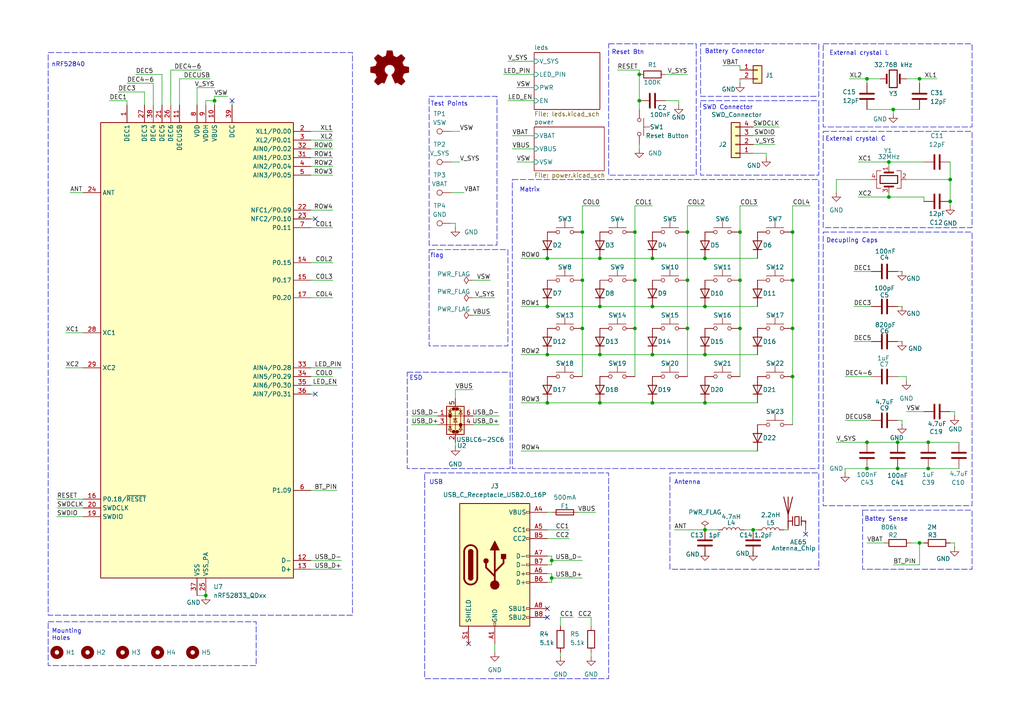
<source format=kicad_sch>
(kicad_sch (version 20241004) (generator "eeschema") (generator_version "8.99")
  (paper "A4")
  (lib_symbols
    (symbol "Connector:TestPoint" (pin_numbers (hide yes)) (pin_names (offset 0.762) (hide yes))
      (property "Reference" "TP" (at 0 6.858 0))
      (property "Value" "TestPoint" (at 0 5.08 0))
      (symbol "TestPoint_1_1"
        (pin passive line (at 0 0 90) (length 2.54) (name "1") (number "1"))
      )
    )
    (symbol "Connector:USB_C_Receptacle_USB2.0_16P" (pin_names (offset 1.016))
      (property "Reference" "J" (at 0 22.225 0))
      (property "Value" "USB_C_Receptacle_USB2.0_16P" (at 0 19.685 0))
      (symbol "USB_C_Receptacle_USB2.0_16P_1_1"
        (pin passive line (at -7.62 -22.86 90) (length 5.08) (name "SHIELD") (number "S1"))
        (pin passive line (at 0 -22.86 90) (length 5.08) (name "GND") (number "A1"))
        (pin passive line (at 0 -22.86 90) (length 5.08) (hide yes) (name "GND") (number "A12"))
        (pin passive line (at 0 -22.86 90) (length 5.08) (hide yes) (name "GND") (number "B1"))
        (pin passive line (at 0 -22.86 90) (length 5.08) (hide yes) (name "GND") (number "B12"))
        (pin passive line (at 15.24 15.24 180) (length 5.08) (name "VBUS") (number "A4"))
        (pin passive line (at 15.24 15.24 180) (length 5.08) (hide yes) (name "VBUS") (number "A9"))
        (pin passive line (at 15.24 15.24 180) (length 5.08) (hide yes) (name "VBUS") (number "B4"))
        (pin passive line (at 15.24 15.24 180) (length 5.08) (hide yes) (name "VBUS") (number "B9"))
        (pin bidirectional line (at 15.24 10.16 180) (length 5.08) (name "CC1") (number "A5"))
        (pin bidirectional line (at 15.24 7.62 180) (length 5.08) (name "CC2") (number "B5"))
        (pin bidirectional line (at 15.24 2.54 180) (length 5.08) (name "D-") (number "A7"))
        (pin bidirectional line (at 15.24 0 180) (length 5.08) (name "D-") (number "B7"))
        (pin bidirectional line (at 15.24 -2.54 180) (length 5.08) (name "D+") (number "A6"))
        (pin bidirectional line (at 15.24 -5.08 180) (length 5.08) (name "D+") (number "B6"))
        (pin bidirectional line (at 15.24 -12.7 180) (length 5.08) (name "SBU1") (number "A8"))
        (pin bidirectional line (at 15.24 -15.24 180) (length 5.08) (name "SBU2") (number "B8"))
      )
    )
    (symbol "Connector_Generic:Conn_01x02" (pin_names (offset 1.016) (hide yes))
      (property "Reference" "J" (at 0 2.54 0))
      (property "Value" "Conn_01x02" (at 0 -5.08 0))
      (symbol "Conn_01x02_1_1"
        (pin passive line (at -5.08 0 0) (length 3.81) (name "Pin_1") (number "1"))
        (pin passive line (at -5.08 -2.54 0) (length 3.81) (name "Pin_2") (number "2"))
      )
    )
    (symbol "Connector_Generic:Conn_01x04" (pin_names (offset 1.016) (hide yes))
      (property "Reference" "J" (at 0 5.08 0))
      (property "Value" "Conn_01x04" (at 0 -7.62 0))
      (symbol "Conn_01x04_1_1"
        (pin passive line (at -5.08 2.54 0) (length 3.81) (name "Pin_1") (number "1"))
        (pin passive line (at -5.08 0 0) (length 3.81) (name "Pin_2") (number "2"))
        (pin passive line (at -5.08 -2.54 0) (length 3.81) (name "Pin_3") (number "3"))
        (pin passive line (at -5.08 -5.08 0) (length 3.81) (name "Pin_4") (number "4"))
      )
    )
    (symbol "Device:Antenna_Chip" (pin_numbers (hide yes)) (pin_names (offset 1.016) (hide yes))
      (property "Reference" "AE" (at 0 5.08 0))
      (property "Value" "Antenna_Chip" (at 0 3.175 0))
      (symbol "Antenna_Chip_1_1"
        (pin input line (at -2.54 -2.54 90) (length 2.54) (name "FEED") (number "1"))
        (pin passive line (at 2.54 -2.54 90) (length 2.54) (name "PCB_Trace") (number "2"))
      )
    )
    (symbol "Device:C" (pin_numbers (hide yes)) (pin_names (offset 0.254))
      (property "Reference" "C" (at 0.635 2.54 0))
      (property "Value" "C" (at 0.635 -2.54 0))
      (symbol "C_1_1"
        (pin passive line (at 0 3.81 270) (length 2.794) (name "~") (number "1"))
        (pin passive line (at 0 -3.81 90) (length 2.794) (name "~") (number "2"))
      )
    )
    (symbol "Device:Crystal" (pin_numbers (hide yes)) (pin_names (offset 1.016) (hide yes))
      (property "Reference" "Y" (at 0 3.81 0))
      (property "Value" "Crystal" (at 0 -3.81 0))
      (symbol "Crystal_1_1"
        (pin passive line (at -3.81 0 0) (length 1.27) (name "1") (number "1"))
        (pin passive line (at 3.81 0 180) (length 1.27) (name "2") (number "2"))
      )
    )
    (symbol "Device:Crystal_GND24" (pin_names (offset 1.016) (hide yes))
      (property "Reference" "Y" (at 3.175 5.08 0))
      (property "Value" "Crystal_GND24" (at 3.175 3.175 0))
      (symbol "Crystal_GND24_1_1"
        (pin passive line (at -3.81 0 0) (length 1.27) (name "1") (number "1"))
        (pin passive line (at 0 5.08 270) (length 1.27) (name "2") (number "2"))
        (pin passive line (at 0 -5.08 90) (length 1.27) (name "4") (number "4"))
        (pin passive line (at 3.81 0 180) (length 1.27) (name "3") (number "3"))
      )
    )
    (symbol "Device:D" (pin_numbers (hide yes)) (pin_names (offset 1.016) (hide yes))
      (property "Reference" "D" (at 0 2.54 0))
      (property "Value" "D" (at 0 -2.54 0))
      (symbol "D_1_1"
        (pin passive line (at -3.81 0 0) (length 2.54) (name "K") (number "1"))
        (pin passive line (at 3.81 0 180) (length 2.54) (name "A") (number "2"))
      )
    )
    (symbol "Device:Fuse" (pin_numbers (hide yes)) (pin_names (offset 0))
      (property "Reference" "F" (at 2.032 0 90))
      (property "Value" "Fuse" (at -1.905 0 90))
      (symbol "Fuse_1_1"
        (pin passive line (at 0 3.81 270) (length 1.27) (name "~") (number "1"))
        (pin passive line (at 0 -3.81 90) (length 1.27) (name "~") (number "2"))
      )
    )
    (symbol "Device:L" (pin_numbers (hide yes)) (pin_names (offset 1.016) (hide yes))
      (property "Reference" "L" (at -1.27 0 90))
      (property "Value" "L" (at 1.905 0 90))
      (symbol "L_1_1"
        (pin passive line (at 0 3.81 270) (length 1.27) (name "1") (number "1"))
        (pin passive line (at 0 -3.81 90) (length 1.27) (name "2") (number "2"))
      )
    )
    (symbol "Device:R" (pin_numbers (hide yes)) (pin_names (offset 0))
      (property "Reference" "R" (at 2.032 0 90))
      (property "Value" "R" (at 0 0 90))
      (symbol "R_1_1"
        (pin passive line (at 0 3.81 270) (length 1.27) (name "~") (number "1"))
        (pin passive line (at 0 -3.81 90) (length 1.27) (name "~") (number "2"))
      )
    )
    (symbol "Graphic:Logo_Open_Hardware_Small" (in_bom no) (on_board no))
    (symbol "MCU_Nordic:nRF52833_QDxx"
      (property "Reference" "U" (at 0 5.08 0))
      (property "Value" "nRF52833_QDxx" (at 0 2.54 0))
      (symbol "nRF52833_QDxx_1_1"
        (pin passive line (at -33.02 45.72 0) (length 5.08) (name "ANT") (number "24"))
        (pin input line (at -33.02 5.08 0) (length 5.08) (name "XC1") (number "28"))
        (pin input line (at -33.02 -5.08 0) (length 5.08) (name "XC2") (number "29"))
        (pin bidirectional line (at -33.02 -43.18 0) (length 5.08) (name "P0.18/~{RESET}") (number "16"))
        (pin input line (at -33.02 -45.72 0) (length 5.08) (name "SWDCLK") (number "20"))
        (pin bidirectional line (at -33.02 -48.26 0) (length 5.08) (name "SWDIO") (number "19"))
        (pin passive line (at -20.32 71.12 270) (length 5.08) (name "DEC1") (number "1"))
        (pin passive line (at -15.24 71.12 270) (length 5.08) (name "DEC3") (number "27"))
        (pin passive line (at -12.7 71.12 270) (length 5.08) (name "DEC4") (number "38"))
        (pin passive line (at -10.16 71.12 270) (length 5.08) (name "DEC5") (number "21"))
        (pin passive line (at -7.62 71.12 270) (length 5.08) (name "DEC6") (number "26"))
        (pin passive line (at -5.08 71.12 270) (length 5.08) (name "DECUSB") (number "11"))
        (pin passive line (at 0 71.12 270) (length 5.08) (hide yes) (name "VDD") (number "18"))
        (pin passive line (at 0 71.12 270) (length 5.08) (hide yes) (name "VDD") (number "30"))
        (pin passive line (at 0 71.12 270) (length 5.08) (hide yes) (name "VDD") (number "40"))
        (pin power_in line (at 0 71.12 270) (length 5.08) (name "VDD") (number "8"))
        (pin power_in line (at 0 -71.12 90) (length 5.08) (name "VSS") (number "37"))
        (pin passive line (at 0 -71.12 90) (length 5.08) (hide yes) (name "VSS") (number "41"))
        (pin power_in line (at 2.54 71.12 270) (length 5.08) (name "VDDH") (number "9"))
        (pin power_in line (at 2.54 -71.12 90) (length 5.08) (name "VSS_PA") (number "25"))
        (pin power_in line (at 5.08 71.12 270) (length 5.08) (name "VBUS") (number "10"))
        (pin power_out line (at 10.16 71.12 270) (length 5.08) (name "DCC") (number "39"))
        (pin bidirectional line (at 33.02 63.5 180) (length 5.08) (name "XL1/P0.00") (number "2"))
        (pin bidirectional line (at 33.02 60.96 180) (length 5.08) (name "XL2/P0.01") (number "3"))
        (pin bidirectional line (at 33.02 58.42 180) (length 5.08) (name "AIN0/P0.02") (number "32"))
        (pin bidirectional line (at 33.02 55.88 180) (length 5.08) (name "AIN1/P0.03") (number "31"))
        (pin bidirectional line (at 33.02 53.34 180) (length 5.08) (name "AIN2/P0.04") (number "4"))
        (pin bidirectional line (at 33.02 50.8 180) (length 5.08) (name "AIN3/P0.05") (number "5"))
        (pin bidirectional line (at 33.02 40.64 180) (length 5.08) (name "NFC1/P0.09") (number "22"))
        (pin bidirectional line (at 33.02 38.1 180) (length 5.08) (name "NFC2/P0.10") (number "23"))
        (pin bidirectional line (at 33.02 35.56 180) (length 5.08) (name "P0.11") (number "7"))
        (pin bidirectional line (at 33.02 25.4 180) (length 5.08) (name "P0.15") (number "14"))
        (pin bidirectional line (at 33.02 20.32 180) (length 5.08) (name "P0.17") (number "15"))
        (pin bidirectional line (at 33.02 15.24 180) (length 5.08) (name "P0.20") (number "17"))
        (pin bidirectional line (at 33.02 -5.08 180) (length 5.08) (name "AIN4/P0.28") (number "33"))
        (pin bidirectional line (at 33.02 -7.62 180) (length 5.08) (name "AIN5/P0.29") (number "34"))
        (pin bidirectional line (at 33.02 -10.16 180) (length 5.08) (name "AIN6/P0.30") (number "35"))
        (pin bidirectional line (at 33.02 -12.7 180) (length 5.08) (name "AIN7/P0.31") (number "36"))
        (pin bidirectional line (at 33.02 -40.64 180) (length 5.08) (name "P1.09") (number "6"))
        (pin bidirectional line (at 33.02 -60.96 180) (length 5.08) (name "D-") (number "12"))
        (pin bidirectional line (at 33.02 -63.5 180) (length 5.08) (name "D+") (number "13"))
      )
    )
    (symbol "Mechanical:MountingHole" (pin_names (offset 1.016)) (exclude_from_sim yes) (in_bom no)
      (property "Reference" "H" (at 0 5.08 0))
      (property "Value" "MountingHole" (at 0 3.175 0))
    )
    (symbol "Power_Protection:USBLC6-2SC6" (pin_names (hide yes))
      (property "Reference" "U" (at 0.635 5.715 0))
      (property "Value" "USBLC6-2SC6" (at 0.635 3.81 0))
      (symbol "USBLC6-2SC6_1_1"
        (pin passive line (at -5.08 0 0) (length 2.54) (name "I/O1") (number "1"))
        (pin passive line (at -5.08 -2.54 0) (length 2.54) (name "I/O2") (number "3"))
        (pin passive line (at 0 5.08 270) (length 2.54) (name "VBUS") (number "5"))
        (pin passive line (at 0 -7.62 90) (length 2.54) (name "GND") (number "2"))
        (pin passive line (at 5.08 0 180) (length 2.54) (name "I/O1") (number "6"))
        (pin passive line (at 5.08 -2.54 180) (length 2.54) (name "I/O2") (number "4"))
      )
    )
    (symbol "Switch:SW_Push" (pin_numbers (hide yes)) (pin_names (offset 1.016) (hide yes))
      (property "Reference" "SW" (at 1.27 2.54 0))
      (property "Value" "SW_Push" (at 0 -1.524 0))
      (symbol "SW_Push_0_1"
        (pin passive line (at -5.08 0 0) (length 2.54) (name "1") (number "1"))
        (pin passive line (at 5.08 0 180) (length 2.54) (name "2") (number "2"))
      )
    )
    (symbol "power:GND" (power) (pin_numbers (hide yes)) (pin_names (offset 0) (hide yes))
      (property "Value" "GND" (at 0 -3.81 0))
      (symbol "GND_1_1"
        (pin power_in line (at 0 0 270) (length 0) (name "~") (number "1"))
      )
    )
    (symbol "power:PWR_FLAG" (power) (pin_numbers (hide yes)) (pin_names (offset 0) (hide yes))
      (property "Value" "PWR_FLAG" (at 0 3.81 0))
      (symbol "PWR_FLAG_0_0"
        (pin power_out line (at 0 0 90) (length 0) (name "~") (number "1"))
      )
    )
  )
  (rectangle (start 176.53 12.7) (end 201.93 50.8) (stroke (width 0) (type dash)))
  (rectangle (start 118.11 107.95) (end 147.955 135.89) (stroke (width 0) (type dash)))
  (rectangle (start 124.46 27.94) (end 144.145 71.12) (stroke (width 0) (type dash)))
  (rectangle (start 203.2 12.7) (end 237.49 27.94) (stroke (width 0) (type dash)))
  (rectangle (start 124.46 72.39) (end 147.32 100.33) (stroke (width 0) (type dash)))
  (rectangle (start 148.59 52.07) (end 237.49 135.89) (stroke (width 0) (type dash)))
  (rectangle (start 194.31 137.16) (end 237.49 165.1) (stroke (width 0) (type dash)))
  (rectangle (start 203.2 29.21) (end 237.49 50.8) (stroke (width 0) (type dash)))
  (rectangle (start 250.19 147.955) (end 281.94 165.1) (stroke (width 0) (type dash)))
  (rectangle (start 238.76 12.7) (end 281.94 36.83) (stroke (width 0) (type dash)))
  (rectangle (start 238.76 67.31) (end 281.94 146.685) (stroke (width 0) (type dash)))
  (rectangle (start 13.97 15.24) (end 102.235 178.435) (stroke (width 0) (type dash)))
  (rectangle (start 238.76 38.1) (end 281.94 66.04) (stroke (width 0) (type dash)))
  (rectangle (start 123.19 137.16) (end 176.53 196.85) (stroke (width 0) (type dash)))
  (rectangle (start 13.97 180.34) (end 74.295 193.04) (stroke (width 0) (type dash)))
  (text "Battery Connector\n" (at 213.106 14.986 0) (effects (font (size 1.27 1.27))))
  (text "Battey Sense\n" (at 257.048 150.622 0) (effects (font (size 1.27 1.27))))
  (text "USB\n" (at 126.492 139.954 0) (effects (font (size 1.27 1.27))))
  (text "Reset Btn" (at 182.118 15.24 0) (effects (font (size 1.27 1.27))))
  (text "Decupling Caps" (at 247.142 69.85 0) (effects (font (size 1.27 1.27))))
  (text "External crystal L\n" (at 249.174 15.494 0) (effects (font (size 1.27 1.27))))
  (text "flag\n" (at 126.746 74.168 0) (effects (font (size 1.27 1.27))))
  (text "Matrix\n" (at 153.67 55.118 0) (effects (font (size 1.27 1.27))))
  (text "External crystal C\n" (at 248.158 40.386 0) (effects (font (size 1.27 1.27))))
  (text "Mounting \nHoles" (at 14.986 184.15 0) (effects (font (size 1.27 1.27)) (justify left)))
  (text "Antenna\n\n" (at 199.39 140.97 0) (effects (font (size 1.27 1.27))))
  (text "Test Points\n" (at 130.302 30.226 0) (effects (font (size 1.27 1.27))))
  (text "nRF52840\n" (at 19.812 18.796 0) (effects (font (size 1.27 1.27))))
  (text "ESD\n" (at 120.65 109.728 0) (effects (font (size 1.27 1.27))))
  (text "SWD Connector\n" (at 211.074 31.242 0) (effects (font (size 1.27 1.27))))
  (junction (at 168.91 67.31))
  (junction (at 275.59 52.07))
  (junction (at 266.7 157.48))
  (junction (at 173.99 102.87))
  (junction (at 251.46 22.86))
  (junction (at 260.35 128.27))
  (junction (at 269.24 128.27))
  (junction (at 189.23 116.84))
  (junction (at 189.23 88.9))
  (junction (at 185.42 21.59))
  (junction (at 160.02 162.56))
  (junction (at 158.75 74.93))
  (junction (at 199.39 95.25))
  (junction (at 229.87 109.22))
  (junction (at 229.87 67.31))
  (junction (at 158.75 102.87))
  (junction (at 160.02 167.64))
  (junction (at 229.87 95.25))
  (junction (at 185.42 29.21))
  (junction (at 260.35 135.89))
  (junction (at 189.23 74.93))
  (junction (at 59.69 172.72))
  (junction (at 251.46 135.89))
  (junction (at 204.47 153.67))
  (junction (at 229.87 81.28))
  (junction (at 199.39 67.31))
  (junction (at 62.23 29.21))
  (junction (at 184.15 81.28))
  (junction (at 168.91 95.25))
  (junction (at 184.15 67.31))
  (junction (at 214.63 67.31))
  (junction (at 266.7 22.86))
  (junction (at 214.63 81.28))
  (junction (at 251.46 128.27))
  (junction (at 199.39 81.28))
  (junction (at 204.47 88.9))
  (junction (at 173.99 74.93))
  (junction (at 173.99 88.9))
  (junction (at 173.99 116.84))
  (junction (at 184.15 95.25))
  (junction (at 259.08 31.75))
  (junction (at 218.44 153.67))
  (junction (at 269.24 135.89))
  (junction (at 189.23 102.87))
  (junction (at 158.75 88.9))
  (junction (at 275.59 58.42))
  (junction (at 257.81 46.99))
  (junction (at 204.47 74.93))
  (junction (at 214.63 95.25))
  (junction (at 204.47 116.84))
  (junction (at 158.75 116.84))
  (junction (at 257.81 57.15))
  (junction (at 168.91 81.28))
  (junction (at 204.47 102.87))
  (no_connect (at 67.31 29.21))
  (no_connect (at 91.44 114.3))
  (no_connect (at 91.44 63.5))
  (no_connect (at 233.68 154.94))
  (no_connect (at 135.89 186.69))
  (no_connect (at 158.75 176.53))
  (no_connect (at 158.75 179.07))
  (wire (pts (xy 90.17 165.1) (xy 99.06 165.1)))
  (wire (pts (xy 151.13 88.9) (xy 158.75 88.9)))
  (wire (pts (xy 165.1 153.67) (xy 158.75 153.67)))
  (wire (pts (xy 262.89 22.86) (xy 266.7 22.86)))
  (wire (pts (xy 96.52 48.26) (xy 90.17 48.26)))
  (wire (pts (xy 257.81 46.99) (xy 257.81 48.26)))
  (wire (pts (xy 144.78 123.19) (xy 137.16 123.19)))
  (wire (pts (xy 59.69 29.21) (xy 59.69 30.48)))
  (wire (pts (xy 62.23 25.4) (xy 57.15 25.4)))
  (wire (pts (xy 158.75 168.91) (xy 160.02 168.91)))
  (wire (pts (xy 266.7 22.86) (xy 266.7 24.13)))
  (wire (pts (xy 247.65 88.9) (xy 252.73 88.9)))
  (wire (pts (xy 162.56 179.07) (xy 162.56 181.61)))
  (wire (pts (xy 34.29 26.67) (xy 41.91 26.67)))
  (wire (pts (xy 132.08 64.77) (xy 130.81 64.77)))
  (wire (pts (xy 19.05 96.52) (xy 24.13 96.52)))
  (wire (pts (xy 168.91 95.25) (xy 168.91 109.22)))
  (wire (pts (xy 261.62 99.06) (xy 260.35 99.06)))
  (wire (pts (xy 269.24 128.27) (xy 278.13 128.27)))
  (wire (pts (xy 275.59 52.07) (xy 275.59 58.42)))
  (wire (pts (xy 97.79 111.76) (xy 90.17 111.76)))
  (wire (pts (xy 166.37 179.07) (xy 162.56 179.07)))
  (wire (pts (xy 214.63 67.31) (xy 214.63 81.28)))
  (wire (pts (xy 259.08 31.75) (xy 266.7 31.75)))
  (wire (pts (xy 242.57 128.27) (xy 251.46 128.27)))
  (wire (pts (xy 173.99 88.9) (xy 189.23 88.9)))
  (wire (pts (xy 59.69 29.21) (xy 62.23 29.21)))
  (wire (pts (xy 262.89 110.49) (xy 262.89 109.22)))
  (wire (pts (xy 160.02 148.59) (xy 158.75 148.59)))
  (wire (pts (xy 158.75 166.37) (xy 160.02 166.37)))
  (wire (pts (xy 276.86 157.48) (xy 276.86 158.75)))
  (wire (pts (xy 199.39 95.25) (xy 199.39 109.22)))
  (wire (pts (xy 266.7 163.83) (xy 266.7 157.48)))
  (wire (pts (xy 251.46 128.27) (xy 260.35 128.27)))
  (wire (pts (xy 257.81 57.15) (xy 267.97 57.15)))
  (wire (pts (xy 96.52 50.8) (xy 90.17 50.8)))
  (wire (pts (xy 179.07 20.32) (xy 185.42 20.32)))
  (wire (pts (xy 184.15 95.25) (xy 184.15 109.22)))
  (wire (pts (xy 66.04 27.94) (xy 62.23 27.94)))
  (wire (pts (xy 185.42 31.75) (xy 185.42 29.21)))
  (wire (pts (xy 184.15 59.69) (xy 184.15 67.31)))
  (wire (pts (xy 196.85 29.21) (xy 193.04 29.21)))
  (wire (pts (xy 214.63 59.69) (xy 214.63 67.31)))
  (wire (pts (xy 16.51 147.32) (xy 24.13 147.32)))
  (wire (pts (xy 173.99 116.84) (xy 189.23 116.84)))
  (wire (pts (xy 46.99 21.59) (xy 46.99 30.48)))
  (wire (pts (xy 219.71 59.69) (xy 214.63 59.69)))
  (wire (pts (xy 143.51 86.36) (xy 137.16 86.36)))
  (wire (pts (xy 144.78 120.65) (xy 137.16 120.65)))
  (wire (pts (xy 199.39 21.59) (xy 193.04 21.59)))
  (wire (pts (xy 173.99 59.69) (xy 168.91 59.69)))
  (wire (pts (xy 261.62 88.9) (xy 260.35 88.9)))
  (wire (pts (xy 185.42 20.32) (xy 185.42 21.59)))
  (wire (pts (xy 262.89 119.38) (xy 267.97 119.38)))
  (wire (pts (xy 266.7 22.86) (xy 271.78 22.86)))
  (wire (pts (xy 259.08 33.02) (xy 259.08 31.75)))
  (wire (pts (xy 96.52 66.04) (xy 90.17 66.04)))
  (wire (pts (xy 39.37 21.59) (xy 46.99 21.59)))
  (wire (pts (xy 151.13 130.81) (xy 219.71 130.81)))
  (wire (pts (xy 149.86 46.99) (xy 154.94 46.99)))
  (wire (pts (xy 168.91 162.56) (xy 160.02 162.56)))
  (wire (pts (xy 251.46 22.86) (xy 251.46 24.13)))
  (wire (pts (xy 229.87 67.31) (xy 229.87 81.28)))
  (wire (pts (xy 204.47 161.29) (xy 204.47 160.02)))
  (wire (pts (xy 261.62 121.92) (xy 260.35 121.92)))
  (wire (pts (xy 96.52 43.18) (xy 90.17 43.18)))
  (wire (pts (xy 252.73 99.06) (xy 247.65 99.06)))
  (wire (pts (xy 204.47 88.9) (xy 219.71 88.9)))
  (wire (pts (xy 142.24 81.28) (xy 137.16 81.28)))
  (wire (pts (xy 62.23 27.94) (xy 62.23 29.21)))
  (wire (pts (xy 247.65 78.74) (xy 252.73 78.74)))
  (wire (pts (xy 224.79 39.37) (xy 218.44 39.37)))
  (wire (pts (xy 91.44 63.5) (xy 90.17 63.5)))
  (wire (pts (xy 132.08 129.54) (xy 132.08 128.27)))
  (wire (pts (xy 148.59 43.18) (xy 154.94 43.18)))
  (wire (pts (xy 143.51 186.69) (xy 143.51 189.23)))
  (wire (pts (xy 251.46 135.89) (xy 260.35 135.89)))
  (wire (pts (xy 276.86 119.38) (xy 275.59 119.38)))
  (wire (pts (xy 262.89 52.07) (xy 275.59 52.07)))
  (wire (pts (xy 91.44 114.3) (xy 90.17 114.3)))
  (wire (pts (xy 209.55 19.05) (xy 214.63 19.05)))
  (wire (pts (xy 134.62 55.88) (xy 130.81 55.88)))
  (wire (pts (xy 160.02 161.29) (xy 160.02 162.56)))
  (wire (pts (xy 245.11 121.92) (xy 252.73 121.92)))
  (wire (pts (xy 171.45 190.5) (xy 171.45 189.23)))
  (wire (pts (xy 261.62 121.92) (xy 261.62 123.19)))
  (wire (pts (xy 218.44 44.45) (xy 222.25 44.45)))
  (wire (pts (xy 222.25 44.45) (xy 222.25 45.72)))
  (wire (pts (xy 229.87 81.28) (xy 229.87 95.25)))
  (wire (pts (xy 171.45 179.07) (xy 171.45 181.61)))
  (wire (pts (xy 264.16 157.48) (xy 266.7 157.48)))
  (wire (pts (xy 173.99 74.93) (xy 189.23 74.93)))
  (wire (pts (xy 214.63 19.05) (xy 214.63 20.32)))
  (wire (pts (xy 133.35 46.99) (xy 130.81 46.99)))
  (wire (pts (xy 248.92 57.15) (xy 257.81 57.15)))
  (wire (pts (xy 226.06 36.83) (xy 218.44 36.83)))
  (wire (pts (xy 261.62 78.74) (xy 260.35 78.74)))
  (wire (pts (xy 96.52 76.2) (xy 90.17 76.2)))
  (wire (pts (xy 147.32 17.78) (xy 154.94 17.78)))
  (wire (pts (xy 267.97 57.15) (xy 267.97 58.42)))
  (wire (pts (xy 41.91 26.67) (xy 41.91 30.48)))
  (wire (pts (xy 257.81 57.15) (xy 257.81 55.88)))
  (wire (pts (xy 185.42 29.21) (xy 185.42 21.59)))
  (wire (pts (xy 204.47 116.84) (xy 219.71 116.84)))
  (wire (pts (xy 184.15 81.28) (xy 184.15 95.25)))
  (wire (pts (xy 189.23 74.93) (xy 204.47 74.93)))
  (wire (pts (xy 158.75 88.9) (xy 173.99 88.9)))
  (wire (pts (xy 62.23 29.21) (xy 62.23 30.48)))
  (wire (pts (xy 60.96 22.86) (xy 52.07 22.86)))
  (wire (pts (xy 49.53 20.32) (xy 49.53 30.48)))
  (wire (pts (xy 248.92 46.99) (xy 257.81 46.99)))
  (wire (pts (xy 133.35 38.1) (xy 130.81 38.1)))
  (wire (pts (xy 257.81 46.99) (xy 267.97 46.99)))
  (wire (pts (xy 158.75 102.87) (xy 173.99 102.87)))
  (wire (pts (xy 151.13 116.84) (xy 158.75 116.84)))
  (wire (pts (xy 172.72 148.59) (xy 167.64 148.59)))
  (wire (pts (xy 218.44 41.91) (xy 224.79 41.91)))
  (wire (pts (xy 266.7 157.48) (xy 267.97 157.48)))
  (wire (pts (xy 189.23 88.9) (xy 204.47 88.9)))
  (wire (pts (xy 275.59 58.42) (xy 275.59 59.69)))
  (wire (pts (xy 215.9 153.67) (xy 218.44 153.67)))
  (wire (pts (xy 245.11 135.89) (xy 245.11 137.16)))
  (wire (pts (xy 160.02 162.56) (xy 160.02 163.83)))
  (wire (pts (xy 251.46 157.48) (xy 256.54 157.48)))
  (wire (pts (xy 151.13 74.93) (xy 158.75 74.93)))
  (wire (pts (xy 218.44 153.67) (xy 219.71 153.67)))
  (wire (pts (xy 245.11 109.22) (xy 252.73 109.22)))
  (wire (pts (xy 276.86 119.38) (xy 276.86 120.65)))
  (wire (pts (xy 96.52 60.96) (xy 90.17 60.96)))
  (wire (pts (xy 119.38 123.19) (xy 127 123.19)))
  (wire (pts (xy 31.75 29.21) (xy 36.83 29.21)))
  (wire (pts (xy 168.91 67.31) (xy 168.91 81.28)))
  (wire (pts (xy 199.39 67.31) (xy 199.39 81.28)))
  (wire (pts (xy 165.1 156.21) (xy 158.75 156.21)))
  (wire (pts (xy 16.51 149.86) (xy 24.13 149.86)))
  (wire (pts (xy 132.08 113.03) (xy 132.08 115.57)))
  (wire (pts (xy 189.23 59.69) (xy 184.15 59.69)))
  (wire (pts (xy 96.52 109.22) (xy 90.17 109.22)))
  (wire (pts (xy 67.31 29.21) (xy 67.31 30.48)))
  (wire (pts (xy 251.46 31.75) (xy 259.08 31.75)))
  (wire (pts (xy 168.91 59.69) (xy 168.91 67.31)))
  (wire (pts (xy 132.08 64.77) (xy 132.08 66.04)))
  (wire (pts (xy 160.02 163.83) (xy 158.75 163.83)))
  (wire (pts (xy 160.02 167.64) (xy 160.02 168.91)))
  (wire (pts (xy 189.23 102.87) (xy 204.47 102.87)))
  (wire (pts (xy 199.39 81.28) (xy 199.39 95.25)))
  (wire (pts (xy 275.59 46.99) (xy 275.59 52.07)))
  (wire (pts (xy 242.57 52.07) (xy 242.57 55.88)))
  (wire (pts (xy 158.75 116.84) (xy 173.99 116.84)))
  (wire (pts (xy 96.52 45.72) (xy 90.17 45.72)))
  (wire (pts (xy 96.52 38.1) (xy 90.17 38.1)))
  (wire (pts (xy 262.89 109.22) (xy 260.35 109.22)))
  (wire (pts (xy 229.87 109.22) (xy 229.87 123.19)))
  (wire (pts (xy 199.39 59.69) (xy 199.39 67.31)))
  (wire (pts (xy 147.32 29.21) (xy 154.94 29.21)))
  (wire (pts (xy 146.05 21.59) (xy 154.94 21.59)))
  (wire (pts (xy 173.99 102.87) (xy 189.23 102.87)))
  (wire (pts (xy 208.28 153.67) (xy 204.47 153.67)))
  (wire (pts (xy 36.83 24.13) (xy 44.45 24.13)))
  (wire (pts (xy 16.51 144.78) (xy 24.13 144.78)))
  (wire (pts (xy 245.11 135.89) (xy 251.46 135.89)))
  (wire (pts (xy 204.47 102.87) (xy 219.71 102.87)))
  (wire (pts (xy 218.44 161.29) (xy 218.44 160.02)))
  (wire (pts (xy 269.24 135.89) (xy 278.13 135.89)))
  (wire (pts (xy 167.64 179.07) (xy 171.45 179.07)))
  (wire (pts (xy 227.33 153.67) (xy 228.6 153.67)))
  (wire (pts (xy 97.79 142.24) (xy 90.17 142.24)))
  (wire (pts (xy 96.52 40.64) (xy 90.17 40.64)))
  (wire (pts (xy 148.59 39.37) (xy 154.94 39.37)))
  (wire (pts (xy 162.56 190.5) (xy 162.56 189.23)))
  (wire (pts (xy 204.47 59.69) (xy 199.39 59.69)))
  (wire (pts (xy 96.52 81.28) (xy 90.17 81.28)))
  (wire (pts (xy 214.63 24.13) (xy 214.63 22.86)))
  (wire (pts (xy 234.95 59.69) (xy 229.87 59.69)))
  (wire (pts (xy 52.07 22.86) (xy 52.07 30.48)))
  (wire (pts (xy 57.15 25.4) (xy 57.15 30.48)))
  (wire (pts (xy 158.75 74.93) (xy 173.99 74.93)))
  (wire (pts (xy 260.35 135.89) (xy 269.24 135.89)))
  (wire (pts (xy 260.35 128.27) (xy 269.24 128.27)))
  (wire (pts (xy 142.24 91.44) (xy 137.16 91.44)))
  (wire (pts (xy 229.87 59.69) (xy 229.87 67.31)))
  (wire (pts (xy 196.85 30.48) (xy 196.85 29.21)))
  (wire (pts (xy 259.08 163.83) (xy 266.7 163.83)))
  (wire (pts (xy 36.83 29.21) (xy 36.83 30.48)))
  (wire (pts (xy 251.46 22.86) (xy 255.27 22.86)))
  (wire (pts (xy 229.87 95.25) (xy 229.87 109.22)))
  (wire (pts (xy 44.45 24.13) (xy 44.45 30.48)))
  (wire (pts (xy 99.06 106.68) (xy 90.17 106.68)))
  (wire (pts (xy 90.17 162.56) (xy 99.06 162.56)))
  (wire (pts (xy 137.16 113.03) (xy 132.08 113.03)))
  (wire (pts (xy 184.15 67.31) (xy 184.15 81.28)))
  (wire (pts (xy 151.13 102.87) (xy 158.75 102.87)))
  (wire (pts (xy 276.86 157.48) (xy 275.59 157.48)))
  (wire (pts (xy 149.86 25.4) (xy 154.94 25.4)))
  (wire (pts (xy 160.02 167.64) (xy 168.91 167.64)))
  (wire (pts (xy 246.38 22.86) (xy 251.46 22.86)))
  (wire (pts (xy 20.32 55.88) (xy 24.13 55.88)))
  (wire (pts (xy 195.58 153.67) (xy 204.47 153.67)))
  (wire (pts (xy 189.23 116.84) (xy 204.47 116.84)))
  (wire (pts (xy 168.91 81.28) (xy 168.91 95.25)))
  (wire (pts (xy 96.52 86.36) (xy 90.17 86.36)))
  (wire (pts (xy 214.63 95.25) (xy 214.63 109.22)))
  (wire (pts (xy 252.73 52.07) (xy 242.57 52.07)))
  (wire (pts (xy 119.38 120.65) (xy 127 120.65)))
  (wire (pts (xy 160.02 166.37) (xy 160.02 167.64)))
  (wire (pts (xy 185.42 43.18) (xy 185.42 41.91)))
  (wire (pts (xy 19.05 106.68) (xy 24.13 106.68)))
  (wire (pts (xy 58.42 20.32) (xy 49.53 20.32)))
  (wire (pts (xy 158.75 161.29) (xy 160.02 161.29)))
  (wire (pts (xy 233.68 154.94) (xy 233.68 153.67)))
  (wire (pts (xy 214.63 81.28) (xy 214.63 95.25)))
  (wire (pts (xy 57.15 172.72) (xy 59.69 172.72)))
  (wire (pts (xy 204.47 74.93) (xy 219.71 74.93)))
  (label "DEC4-6" (at 58.42 20.32 180))
  (label "USB_D+" (at 99.06 165.1 180))
  (label "VBUS" (at 142.24 91.44 180))
  (label "V_SYS" (at 224.79 41.91 180))
  (label "V_SYS" (at 62.23 25.4 180))
  (label "XL2" (at 246.38 22.86 0))
  (label "V_SYS" (at 242.57 128.27 0))
  (label "COL1" (at 96.52 66.04 180))
  (label "VBAT" (at 148.59 39.37 0))
  (label "USB_D+" (at 144.78 123.19 180))
  (label "ROW1" (at 151.13 88.9 0))
  (label "DEC5" (at 247.65 99.06 0))
  (label "SWDIO" (at 16.51 149.86 0))
  (label "V_SYS" (at 133.35 46.99 0))
  (label "RESET" (at 179.07 20.32 0))
  (label "DECUSB" (at 60.96 22.86 180))
  (label "COL3" (at 219.71 59.69 180))
  (label "BT_PIN" (at 97.79 142.24 180))
  (label "ROW0" (at 96.52 43.18 180))
  (label "V_SYS" (at 199.39 21.59 180))
  (label "ROW0" (at 151.13 74.93 0))
  (label "DEC1" (at 247.65 78.74 0))
  (label "CC1" (at 166.37 179.07 180))
  (label "DEC4-6" (at 245.11 109.22 0))
  (label "V_SYS" (at 143.51 86.36 180))
  (label "DEC3" (at 34.29 26.67 0))
  (label "LED_PIN" (at 146.05 21.59 0))
  (label "SWDCLK" (at 16.51 147.32 0))
  (label "VSW" (at 149.86 46.99 0))
  (label "XC1" (at 248.92 46.99 0))
  (label "ROW3" (at 151.13 116.84 0))
  (label "ROW2" (at 151.13 102.87 0))
  (label "VBUS" (at 137.16 113.03 180))
  (label "VBUS" (at 172.72 148.59 180))
  (label "VBAT" (at 209.55 19.05 0))
  (label "DEC4-6" (at 36.83 24.13 0))
  (label "VSW" (at 262.89 119.38 0))
  (label "USB_D-" (at 144.78 120.65 180))
  (label "XC2" (at 19.05 106.68 0))
  (label "LED_PIN" (at 99.06 106.68 180))
  (label "DEC1" (at 31.75 29.21 0))
  (label "SWDCLK" (at 226.06 36.83 180))
  (label "VBAT" (at 251.46 157.48 0))
  (label "USB_D+" (at 119.38 123.19 0))
  (label "CC2" (at 165.1 156.21 180))
  (label "CC2" (at 167.64 179.07 0))
  (label "SWDIO" (at 224.79 39.37 180))
  (label "DECUSB" (at 245.11 121.92 0))
  (label "VSW" (at 149.86 25.4 0))
  (label "COL4" (at 234.95 59.69 180))
  (label "ROW3" (at 96.52 50.8 180))
  (label "XC2" (at 248.92 57.15 0))
  (label "COL0" (at 173.99 59.69 180))
  (label "USB_D-" (at 119.38 120.65 0))
  (label "LED_EN" (at 147.32 29.21 0))
  (label "BT_PIN" (at 259.08 163.83 0))
  (label "USB_D+" (at 168.91 167.64 180))
  (label "XL2" (at 96.52 40.64 180))
  (label "COL3" (at 96.52 81.28 180))
  (label "USB_D-" (at 168.91 162.56 180))
  (label "ROW4" (at 151.13 130.81 0))
  (label "V_SYS" (at 147.32 17.78 0))
  (label "ANT" (at 20.32 55.88 0))
  (label "VSW" (at 66.04 27.94 180))
  (label "COL1" (at 189.23 59.69 180))
  (label "USB_D-" (at 99.06 162.56 180))
  (label "DEC3" (at 247.65 88.9 0))
  (label "VSW" (at 133.35 38.1 0))
  (label "LED_EN" (at 97.79 111.76 180))
  (label "ROW4" (at 96.52 60.96 180))
  (label "CC1" (at 165.1 153.67 180))
  (label "COL2" (at 204.47 59.69 180))
  (label "COL4" (at 96.52 86.36 180))
  (label "COL2" (at 96.52 76.2 180))
  (label "ANT" (at 195.58 153.67 0))
  (label "ROW2" (at 96.52 48.26 180))
  (label "VBAT" (at 134.62 55.88 0))
  (label "COL0" (at 96.52 109.22 180))
  (label "XC1" (at 19.05 96.52 0))
  (label "RESET" (at 16.51 144.78 0))
  (label "VBUS" (at 148.59 43.18 0))
  (label "ROW1" (at 96.52 45.72 180))
  (label "XL1" (at 271.78 22.86 180))
  (label "VSW" (at 142.24 81.28 180))
  (label "DEC5" (at 39.37 21.59 0))
  (label "XL1" (at 96.52 38.1 180))
  (symbol (lib_id "Switch:SW_Push") (at 194.31 95.25 0) (unit 1)
    (property "Reference" "SW15" (at 194.31 91.44 0))
    (property "Value" "SW_Push" (effects (hide yes)))
    (property "Footprint" "PCM_Switch_Keyboard_Hotswap_Kailh:SW_Hotswap_Kailh_Choc_V1V2_1.00u" (effects (hide yes)))
    (property "Description" "Push button switch, generic, two pins" (effects (hide yes)))
    (property "LCSC" "C5333465" (effects (hide yes)))
    (instances (project "koeg-board-pcb" (path "" (reference "SW15") (unit 1)) (path "" (reference "SW38") (unit 1))))
  )
  (symbol (lib_id "Switch:SW_Push") (at 163.83 67.31 0) (unit 1)
    (property "Reference" "SW3" (at 163.83 63.5 0))
    (property "Value" "SW_Push" (effects (hide yes)))
    (property "Footprint" "PCM_Switch_Keyboard_Hotswap_Kailh:SW_Hotswap_Kailh_Choc_V1V2_1.00u" (effects (hide yes)))
    (property "Description" "Push button switch, generic, two pins" (effects (hide yes)))
    (property "LCSC" "C5333465" (effects (hide yes)))
    (instances (project "koeg-board-pcb" (path "" (reference "SW3") (unit 1)) (path "" (reference "SW26") (unit 1))))
  )
  (symbol (lib_id "power:GND") (at 261.62 88.9 0) (unit 1)
    (property "Reference" "#PWR018" (effects (hide yes)))
    (property "Value" "GND" (at 264.922 90.932 0))
    (property "Description" "Power symbol creates a global label with name \"GND\" , ground" (effects (hide yes)))
    (instances (project "koeg-board-pcb" (path "" (reference "#PWR018") (unit 1)) (path "" (reference "#PWR074") (unit 1))))
  )
  (symbol (lib_id "Device:C") (at 271.78 58.42 90) (mirror x) (unit 1)
    (property "Reference" "C12" (at 271.526 64.516 90))
    (property "Value" "12pF" (at 271.78 61.976 90))
    (property "Footprint" "Capacitor_SMD:C_0402_1005Metric" (effects (hide yes)))
    (property "Description" "Unpolarized capacitor" (effects (hide yes)))
    (property "LCSC" "C106201" (effects (hide yes)))
    (instances (project "koeg-board-pcb" (path "" (reference "C12") (unit 1)) (path "" (reference "C28") (unit 1))))
  )
  (symbol (lib_id "Switch:SW_Push") (at 224.79 123.19 0) (unit 1)
    (property "Reference" "SW23" (at 224.79 119.38 0))
    (property "Value" "SW_Push" (effects (hide yes)))
    (property "Footprint" "PCM_Switch_Keyboard_Hotswap_Kailh:SW_Hotswap_Kailh_Choc_V1V2_1.75u_90deg" (effects (hide yes)))
    (property "Description" "Push button switch, generic, two pins" (effects (hide yes)))
    (property "LCSC" "C5333465" (effects (hide yes)))
    (instances (project "koeg-board-pcb" (path "" (reference "SW23") (unit 1)) (path "" (reference "SW46") (unit 1))))
  )
  (symbol (lib_id "Device:C") (at 266.7 27.94 180) (unit 1)
    (property "Reference" "C31" (at 269.748 26.924 0) (effects (justify right)))
    (property "Value" "12pF" (at 269.748 29.464 0) (effects (justify right)))
    (property "Footprint" "Capacitor_SMD:C_0402_1005Metric" (effects (hide yes)))
    (property "Description" "Unpolarized capacitor" (effects (hide yes)))
    (property "LCSC" "C106201" (effects (hide yes)))
    (instances (project "koeg-board-pcb" (path "" (reference "C31") (unit 1)) (path "" (reference "C32") (unit 1))))
  )
  (symbol (lib_id "Switch:SW_Push") (at 224.79 81.28 0) (unit 1)
    (property "Reference" "SW12" (at 224.79 77.47 0))
    (property "Value" "SW_Push" (effects (hide yes)))
    (property "Footprint" "PCM_Switch_Keyboard_Hotswap_Kailh:SW_Hotswap_Kailh_Choc_V1V2_1.00u" (effects (hide yes)))
    (property "Description" "Push button switch, generic, two pins" (effects (hide yes)))
    (property "LCSC" "C5333465" (effects (hide yes)))
    (instances (project "koeg-board-pcb" (path "" (reference "SW12") (unit 1)) (path "" (reference "SW35") (unit 1))))
  )
  (symbol (lib_id "power:GND") (at 276.86 120.65 0) (mirror y) (unit 1)
    (property "Reference" "#PWR023" (effects (hide yes)))
    (property "Value" "GND" (at 277.114 124.46 0))
    (property "Description" "Power symbol creates a global label with name \"GND\" , ground" (effects (hide yes)))
    (instances (project "koeg-board-pcb" (path "" (reference "#PWR023") (unit 1)) (path "" (reference "#PWR025") (unit 1))))
  )
  (symbol (lib_id "Mechanical:MountingHole") (at 55.88 189.23 180) (unit 1) (exclude_from_sim yes) (in_bom no)
    (property "Reference" "H5" (at 58.42 189.2299 0) (effects (justify right)))
    (property "Value" "MountingHole" (effects (hide yes)))
    (property "Footprint" "MountingHole:MountingHole_2mm" (effects (hide yes)))
    (property "Description" "Mounting Hole without connection" (effects (hide yes)))
    (instances (project "koeg-board-pcb" (path "" (reference "H5") (unit 1)) (path "" (reference "H10") (unit 1))))
  )
  (symbol (lib_id "power:GND") (at 218.44 160.02 0) (mirror y) (unit 1)
    (property "Reference" "#PWR039" (effects (hide yes)))
    (property "Value" "GND" (at 215.392 160.528 0))
    (property "Description" "Power symbol creates a global label with name \"GND\" , ground" (effects (hide yes)))
    (instances (project "koeg-board-pcb" (path "" (reference "#PWR039") (unit 1)) (path "" (reference "#PWR095") (unit 1))))
  )
  (symbol (lib_id "Connector:USB_C_Receptacle_USB2.0_16P") (at 143.51 163.83 0) (unit 1)
    (property "Reference" "J3" (at 143.51 140.97 0))
    (property "Value" "USB_C_Receptacle_USB2.0_16P" (at 143.51 143.51 0))
    (property "Footprint" "Connector_USB:USB_C_Receptacle_G-Switch_GT-USB-7010ASV" (effects (hide yes)))
    (property "Datasheet" "https://www.usb.org/sites/default/files/documents/usb_type-c.zip" (effects (hide yes)))
    (property "Description" "USB 2.0-only 16P Type-C Receptacle connector" (effects (hide yes)))
    (property "LCSC" "C2988369" (effects (hide yes)))
    (instances (project "" (path "" (reference "J3") (unit 1)) (path "" (reference "J6") (unit 1))))
  )
  (symbol (lib_id "Device:R") (at 162.56 185.42 0) (unit 1)
    (property "Reference" "R4" (at 156.464 183.896 0) (effects (justify left)))
    (property "Value" "5.1k" (at 156.464 186.436 0) (effects (justify left)))
    (property "Footprint" "Resistor_SMD:R_0402_1005Metric" (effects (hide yes)))
    (property "Description" "Resistor" (effects (hide yes)))
    (property "LCSC" "C25905" (effects (hide yes)))
    (instances (project "koeg-board-pcb" (path "" (reference "R4") (unit 1)) (path "" (reference "R11") (unit 1))))
  )
  (symbol (lib_id "Device:D") (at 204.47 99.06 90) (unit 1)
    (property "Reference" "D15" (at 205.994 99.06 90) (effects (justify right)))
    (property "Value" "1N5819" (effects (hide yes)))
    (property "Footprint" "Diode_SMD:D_SOD-123" (effects (hide yes)))
    (property "Description" "Diode" (effects (hide yes)))
    (property "Sim.Device" "D" (effects (hide yes)))
    (property "Sim.Pins" "1=K 2=A" (effects (hide yes)))
    (property "LCSC" "C963381" (effects (hide yes)))
    (instances (project "koeg-board-pcb" (path "" (reference "D15") (unit 1)) (path "" (reference "D57") (unit 1))))
  )
  (symbol (lib_id "Device:C") (at 271.78 119.38 90) (mirror x) (unit 1)
    (property "Reference" "C19" (at 271.526 125.222 90))
    (property "Value" "4.7uF" (at 271.78 122.936 90))
    (property "Footprint" "Capacitor_SMD:C_0603_1608Metric" (effects (hide yes)))
    (property "Description" "Unpolarized capacitor" (effects (hide yes)))
    (property "LCSC" "C1705" (effects (hide yes)))
    (instances (project "koeg-board-pcb" (path "" (reference "C19") (unit 1)) (path "" (reference "C24") (unit 1))))
  )
  (symbol (lib_id "power:GND") (at 162.56 190.5 0) (unit 1)
    (property "Reference" "#PWR041" (effects (hide yes)))
    (property "Value" "GND" (at 162.56 195.58 0))
    (property "Description" "Power symbol creates a global label with name \"GND\" , ground" (effects (hide yes)))
    (instances (project "koeg-board-pcb" (path "" (reference "#PWR041") (unit 1)) (path "" (reference "#PWR097") (unit 1))))
  )
  (symbol (lib_id "Device:D") (at 204.47 113.03 90) (unit 1)
    (property "Reference" "D20" (at 205.994 113.03 90) (effects (justify right)))
    (property "Value" "1N5819" (effects (hide yes)))
    (property "Footprint" "Diode_SMD:D_SOD-123" (effects (hide yes)))
    (property "Description" "Diode" (effects (hide yes)))
    (property "Sim.Device" "D" (effects (hide yes)))
    (property "Sim.Pins" "1=K 2=A" (effects (hide yes)))
    (property "LCSC" "C963381" (effects (hide yes)))
    (instances (project "koeg-board-pcb" (path "" (reference "D20") (unit 1)) (path "" (reference "D62") (unit 1))))
  )
  (symbol (lib_id "Mechanical:MountingHole") (at 35.56 189.23 180) (unit 1) (exclude_from_sim yes) (in_bom no)
    (property "Reference" "H3" (at 38.1 189.2299 0) (effects (justify right)))
    (property "Value" "MountingHole" (effects (hide yes)))
    (property "Footprint" "MountingHole:MountingHole_2mm" (effects (hide yes)))
    (property "Description" "Mounting Hole without connection" (effects (hide yes)))
    (instances (project "koeg-board-pcb" (path "" (reference "H3") (unit 1)) (path "" (reference "H8") (unit 1))))
  )
  (symbol (lib_id "power:PWR_FLAG") (at 137.16 86.36 90) (unit 1)
    (property "Reference" "#FLG04" (effects (hide yes)))
    (property "Value" "PWR_FLAG" (at 131.572 84.582 90))
    (property "Description" "Special symbol for telling ERC where power comes from" (effects (hide yes)))
    (instances (project "koeg-board-pcb" (path "" (reference "#FLG04") (unit 1)) (path "" (reference "#FLG012") (unit 1))))
  )
  (symbol (lib_id "power:GND") (at 242.57 55.88 0) (mirror y) (unit 1)
    (property "Reference" "#PWR027" (effects (hide yes)))
    (property "Value" "GND" (at 242.57 60.96 0))
    (property "Description" "Power symbol creates a global label with name \"GND\" , ground" (effects (hide yes)))
    (instances (project "koeg-board-pcb" (path "" (reference "#PWR027") (unit 1)) (path "" (reference "#PWR083") (unit 1))))
  )
  (symbol (lib_id "Switch:SW_Push") (at 179.07 67.31 0) (unit 1)
    (property "Reference" "SW4" (at 179.07 63.5 0))
    (property "Value" "SW_Push" (effects (hide yes)))
    (property "Footprint" "PCM_Switch_Keyboard_Hotswap_Kailh:SW_Hotswap_Kailh_Choc_V1V2_1.00u" (effects (hide yes)))
    (property "Description" "Push button switch, generic, two pins" (effects (hide yes)))
    (property "LCSC" "C5333465" (effects (hide yes)))
    (instances (project "koeg-board-pcb" (path "" (reference "SW4") (unit 1)) (path "" (reference "SW27") (unit 1))))
  )
  (symbol (lib_id "Device:D") (at 158.75 85.09 90) (unit 1)
    (property "Reference" "D7" (at 160.274 85.09 90) (effects (justify right)))
    (property "Value" "1N5819" (effects (hide yes)))
    (property "Footprint" "Diode_SMD:D_SOD-123" (effects (hide yes)))
    (property "Description" "Diode" (effects (hide yes)))
    (property "Sim.Device" "D" (effects (hide yes)))
    (property "Sim.Pins" "1=K 2=A" (effects (hide yes)))
    (property "LCSC" "C963381" (effects (hide yes)))
    (instances (project "koeg-board-pcb" (path "" (reference "D7") (unit 1)) (path "" (reference "D49") (unit 1))))
  )
  (symbol (lib_id "Device:D") (at 158.75 99.06 90) (unit 1)
    (property "Reference" "D12" (at 160.274 99.06 90) (effects (justify right)))
    (property "Value" "1N5819" (effects (hide yes)))
    (property "Footprint" "Diode_SMD:D_SOD-123" (effects (hide yes)))
    (property "Description" "Diode" (effects (hide yes)))
    (property "Sim.Device" "D" (effects (hide yes)))
    (property "Sim.Pins" "1=K 2=A" (effects (hide yes)))
    (property "LCSC" "C963381" (effects (hide yes)))
    (instances (project "koeg-board-pcb" (path "" (reference "D12") (unit 1)) (path "" (reference "D54") (unit 1))))
  )
  (symbol (lib_id "power:GND") (at 196.85 30.48 0) (unit 1)
    (property "Reference" "#PWR07" (effects (hide yes)))
    (property "Value" "GND" (at 198.882 34.036 0) (effects (justify right)))
    (property "Description" "Power symbol creates a global label with name \"GND\" , ground" (effects (hide yes)))
    (instances (project "koeg-board-pcb" (path "" (reference "#PWR07") (unit 1)) (path "" (reference "#PWR063") (unit 1))))
  )
  (symbol (lib_id "Switch:SW_Push") (at 163.83 81.28 0) (unit 1)
    (property "Reference" "SW8" (at 163.83 77.47 0))
    (property "Value" "SW_Push" (effects (hide yes)))
    (property "Footprint" "PCM_Switch_Keyboard_Hotswap_Kailh:SW_Hotswap_Kailh_Choc_V1V2_1.00u" (effects (hide yes)))
    (property "Description" "Push button switch, generic, two pins" (effects (hide yes)))
    (property "LCSC" "C5333465" (effects (hide yes)))
    (instances (project "koeg-board-pcb" (path "" (reference "SW8") (unit 1)) (path "" (reference "SW31") (unit 1))))
  )
  (symbol (lib_id "power:GND") (at 259.08 33.02 0) (unit 1)
    (property "Reference" "#PWR05" (effects (hide yes)))
    (property "Value" "GND" (at 257.302 34.544 0) (effects (justify right)))
    (property "Description" "Power symbol creates a global label with name \"GND\" , ground" (effects (hide yes)))
    (instances (project "koeg-board-pcb" (path "" (reference "#PWR05") (unit 1)) (path "" (reference "#PWR012") (unit 1))))
  )
  (symbol (lib_id "Connector:TestPoint") (at 130.81 64.77 90) (unit 1) (in_bom no)
    (property "Reference" "TP4" (at 127.508 59.69 90))
    (property "Value" "GND" (at 127.508 62.23 90))
    (property "Footprint" "TestPoint:TestPoint_Pad_D2.0mm" (effects (hide yes)))
    (property "Description" "test point" (effects (hide yes)))
    (instances (project "koeg-board-pcb" (path "" (reference "TP4") (unit 1)) (path "" (reference "TP8") (unit 1))))
  )
  (symbol (lib_id "Device:C") (at 218.44 157.48 0) (unit 1)
    (property "Reference" "C14" (at 214.376 155.194 0) (effects (justify left)))
    (property "Value" "1.2pF" (at 218.694 155.194 0) (effects (justify left)))
    (property "Footprint" "Capacitor_SMD:C_0402_1005Metric" (effects (hide yes)))
    (property "Description" "Unpolarized capacitor" (effects (hide yes)))
    (property "LCSC" " C327292" (effects (hide yes)))
    (instances (project "koeg-board-pcb" (path "" (reference "C14") (unit 1)) (path "" (reference "C30") (unit 1))))
  )
  (symbol (lib_id "Switch:SW_Push") (at 209.55 95.25 0) (unit 1)
    (property "Reference" "SW16" (at 209.55 91.44 0))
    (property "Value" "SW_Push" (effects (hide yes)))
    (property "Footprint" "PCM_Switch_Keyboard_Hotswap_Kailh:SW_Hotswap_Kailh_Choc_V1V2_1.00u" (effects (hide yes)))
    (property "Description" "Push button switch, generic, two pins" (effects (hide yes)))
    (property "LCSC" "C5333465" (effects (hide yes)))
    (instances (project "koeg-board-pcb" (path "" (reference "SW16") (unit 1)) (path "" (reference "SW39") (unit 1))))
  )
  (symbol (lib_id "power:GND") (at 245.11 137.16 0) (unit 1)
    (property "Reference" "#PWR024" (effects (hide yes)))
    (property "Value" "GND" (at 242.57 135.89 0))
    (property "Description" "Power symbol creates a global label with name \"GND\" , ground" (effects (hide yes)))
    (instances (project "koeg-board-pcb" (path "" (reference "#PWR024") (unit 1)) (path "" (reference "#PWR080") (unit 1))))
  )
  (symbol (lib_id "MCU_Nordic:nRF52833_QDxx") (at 57.15 101.6 0) (unit 1)
    (property "Reference" "U7" (at 61.8841 170.18 0) (effects (justify left)))
    (property "Value" "nRF52833_QDxx" (at 61.8841 172.72 0) (effects (justify left)))
    (property "Footprint" "Package_DFN_QFN:QFN-40-1EP_5x5mm_P0.4mm_EP3.6x3.6mm" (effects (hide yes)))
    (property "Datasheet" "https://infocenter.nordicsemi.com/pdf/nRF52833_PS_v1.5.pdf" (effects (hide yes)))
    (property "Description" "Multiprotocol BLE/ANT/2.4 GHz/802.15.4 Cortex-M4F SoC, QFN-40" (effects (hide yes)))
    (property "LCSC" "C2895249" (effects (hide yes)))
    (instances (project "" (path "" (reference "U7") (unit 1)) (path "" (reference "U8") (unit 1))))
  )
  (symbol (lib_id "Device:C") (at 256.54 88.9 90) (unit 1)
    (property "Reference" "C5" (at 256.54 85.598 90))
    (property "Value" "100pF" (at 256.54 83.566 90))
    (property "Footprint" "Capacitor_SMD:C_0402_1005Metric" (effects (hide yes)))
    (property "Description" "Unpolarized capacitor" (effects (hide yes)))
    (property "LCSC" " C77177" (effects (hide yes)))
    (instances (project "koeg-board-pcb" (path "" (reference "C5") (unit 1)) (path "" (reference "C21") (unit 1))))
  )
  (symbol (lib_id "Device:C") (at 271.78 46.99 90) (unit 1)
    (property "Reference" "C11" (at 271.78 39.37 90))
    (property "Value" "12pF" (at 271.78 41.91 90))
    (property "Footprint" "Capacitor_SMD:C_0402_1005Metric" (effects (hide yes)))
    (property "Description" "Unpolarized capacitor" (effects (hide yes)))
    (property "LCSC" "C106201" (effects (hide yes)))
    (instances (project "koeg-board-pcb" (path "" (reference "C11") (unit 1)) (path "" (reference "C27") (unit 1))))
  )
  (symbol (lib_id "power:GND") (at 261.62 78.74 0) (unit 1)
    (property "Reference" "#PWR017" (effects (hide yes)))
    (property "Value" "GND" (at 264.922 80.772 0))
    (property "Description" "Power symbol creates a global label with name \"GND\" , ground" (effects (hide yes)))
    (instances (project "koeg-board-pcb" (path "" (reference "#PWR017") (unit 1)) (path "" (reference "#PWR073") (unit 1))))
  )
  (symbol (lib_id "Device:D") (at 204.47 85.09 90) (unit 1)
    (property "Reference" "D10" (at 205.994 85.09 90) (effects (justify right)))
    (property "Value" "1N5819" (effects (hide yes)))
    (property "Footprint" "Diode_SMD:D_SOD-123" (effects (hide yes)))
    (property "Description" "Diode" (effects (hide yes)))
    (property "Sim.Device" "D" (effects (hide yes)))
    (property "Sim.Pins" "1=K 2=A" (effects (hide yes)))
    (property "LCSC" "C963381" (effects (hide yes)))
    (instances (project "koeg-board-pcb" (path "" (reference "D10") (unit 1)) (path "" (reference "D52") (unit 1))))
  )
  (symbol (lib_id "Switch:SW_Push") (at 163.83 109.22 0) (unit 1)
    (property "Reference" "SW18" (at 163.83 105.41 0))
    (property "Value" "SW_Push" (effects (hide yes)))
    (property "Footprint" "PCM_Switch_Keyboard_Hotswap_Kailh:SW_Hotswap_Kailh_Choc_V1V2_1.00u" (effects (hide yes)))
    (property "Description" "Push button switch, generic, two pins" (effects (hide yes)))
    (property "LCSC" "C5333465" (effects (hide yes)))
    (instances (project "koeg-board-pcb" (path "" (reference "SW18") (unit 1)) (path "" (reference "SW41") (unit 1))))
  )
  (symbol (lib_id "Device:D") (at 173.99 99.06 90) (unit 1)
    (property "Reference" "D13" (at 175.514 99.06 90) (effects (justify right)))
    (property "Value" "1N5819" (effects (hide yes)))
    (property "Footprint" "Diode_SMD:D_SOD-123" (effects (hide yes)))
    (property "Description" "Diode" (effects (hide yes)))
    (property "Sim.Device" "D" (effects (hide yes)))
    (property "Sim.Pins" "1=K 2=A" (effects (hide yes)))
    (property "LCSC" "C963381" (effects (hide yes)))
    (instances (project "koeg-board-pcb" (path "" (reference "D13") (unit 1)) (path "" (reference "D55") (unit 1))))
  )
  (symbol (lib_id "Device:Antenna_Chip") (at 231.14 151.13 0) (mirror y) (unit 1)
    (property "Reference" "AE65" (at 229.108 157.226 0) (effects (justify right)))
    (property "Value" "Antenna_Chip" (at 223.774 159.004 0) (effects (justify right)))
    (property "Footprint" "2450AT42A100E:ANTC5020X110N" (effects (hide yes)))
    (property "Description" "Ceramic chip antenna with pin for PCB trace" (effects (hide yes)))
    (property "LCSC" "C2917719" (effects (hide yes)))
    (instances (project "" (path "" (reference "AE65") (unit 1)) (path "" (reference "AE66") (unit 1))))
  )
  (symbol (lib_id "power:GND") (at 214.63 24.13 0) (unit 1)
    (property "Reference" "#PWR013" (effects (hide yes)))
    (property "Value" "GND" (at 211.328 25.908 0))
    (property "Description" "Power symbol creates a global label with name \"GND\" , ground" (effects (hide yes)))
    (instances (project "koeg-board-pcb" (path "" (reference "#PWR013") (unit 1)) (path "" (reference "#PWR069") (unit 1))))
  )
  (symbol (lib_id "Device:C") (at 251.46 27.94 180) (unit 1)
    (property "Reference" "C15" (at 244.348 26.67 0) (effects (justify right)))
    (property "Value" "12pF" (at 244.348 29.21 0) (effects (justify right)))
    (property "Footprint" "Capacitor_SMD:C_0402_1005Metric" (effects (hide yes)))
    (property "Description" "Unpolarized capacitor" (effects (hide yes)))
    (property "LCSC" "C106201" (effects (hide yes)))
    (instances (project "koeg-board-pcb" (path "" (reference "C15") (unit 1)) (path "" (reference "C16") (unit 1))))
  )
  (symbol (lib_id "power:GND") (at 276.86 158.75 0) (unit 1)
    (property "Reference" "#PWR026" (effects (hide yes)))
    (property "Value" "GND" (at 271.526 162.052 0) (effects (justify left)))
    (property "Description" "Power symbol creates a global label with name \"GND\" , ground" (effects (hide yes)))
    (instances (project "koeg-board-pcb" (path "" (reference "#PWR026") (unit 1)) (path "" (reference "#PWR082") (unit 1))))
  )
  (symbol (lib_id "Device:D") (at 189.23 113.03 90) (unit 1)
    (property "Reference" "D19" (at 190.754 113.03 90) (effects (justify right)))
    (property "Value" "1N5819" (effects (hide yes)))
    (property "Footprint" "Diode_SMD:D_SOD-123" (effects (hide yes)))
    (property "Description" "Diode" (effects (hide yes)))
    (property "Sim.Device" "D" (effects (hide yes)))
    (property "Sim.Pins" "1=K 2=A" (effects (hide yes)))
    (property "LCSC" "C963381" (effects (hide yes)))
    (instances (project "koeg-board-pcb" (path "" (reference "D19") (unit 1)) (path "" (reference "D61") (unit 1))))
  )
  (symbol (lib_id "Switch:SW_Push") (at 194.31 67.31 0) (unit 1)
    (property "Reference" "SW5" (at 194.31 63.5 0))
    (property "Value" "SW_Push" (effects (hide yes)))
    (property "Footprint" "PCM_Switch_Keyboard_Hotswap_Kailh:SW_Hotswap_Kailh_Choc_V1V2_1.00u" (effects (hide yes)))
    (property "Description" "Push button switch, generic, two pins" (effects (hide yes)))
    (property "LCSC" "C5333465" (effects (hide yes)))
    (instances (project "koeg-board-pcb" (path "" (reference "SW5") (unit 1)) (path "" (reference "SW28") (unit 1))))
  )
  (symbol (lib_id "power:GND") (at 275.59 59.69 0) (mirror y) (unit 1)
    (property "Reference" "#PWR028" (effects (hide yes)))
    (property "Value" "GND" (at 275.59 64.77 0))
    (property "Description" "Power symbol creates a global label with name \"GND\" , ground" (effects (hide yes)))
    (instances (project "koeg-board-pcb" (path "" (reference "#PWR028") (unit 1)) (path "" (reference "#PWR084") (unit 1))))
  )
  (symbol (lib_id "power:GND") (at 132.08 66.04 0) (unit 1)
    (property "Reference" "#PWR068" (effects (hide yes)))
    (property "Value" "GND" (at 134.62 67.3099 0) (effects (justify left)))
    (property "Description" "Power symbol creates a global label with name \"GND\" , ground" (effects (hide yes)))
    (instances (project "koeg-board-pcb" (path "" (reference "#PWR068") (unit 1)) (path "" (reference "#PWR070") (unit 1))))
  )
  (symbol (lib_id "Device:Crystal_GND24") (at 257.81 52.07 270) (unit 1)
    (property "Reference" "Y1" (at 257.556 43.688 90))
    (property "Value" "32MHz" (at 257.81 45.466 90))
    (property "Footprint" "Crystal:Crystal_SMD_2520-4Pin_2.5x2.0mm" (effects (hide yes)))
    (property "Description" "JYJE 2TJ432000NYFBC" (effects (hide yes)))
    (property "LCSC" "C2149238" (effects (hide yes)))
    (instances (project "koeg-board-pcb" (path "" (reference "Y1") (unit 1)) (path "" (reference "Y2") (unit 1))))
  )
  (symbol (lib_id "Connector:TestPoint") (at 130.81 55.88 90) (unit 1) (in_bom no)
    (property "Reference" "TP3" (at 127.508 50.8 90))
    (property "Value" "VBAT" (at 127.508 53.34 90))
    (property "Footprint" "TestPoint:TestPoint_Pad_D2.0mm" (effects (hide yes)))
    (property "Description" "test point" (effects (hide yes)))
    (instances (project "koeg-board-pcb" (path "" (reference "TP3") (unit 1)) (path "" (reference "TP7") (unit 1))))
  )
  (symbol (lib_id "Device:D") (at 173.99 71.12 90) (unit 1)
    (property "Reference" "D3" (at 175.514 71.12 90) (effects (justify right)))
    (property "Value" "1N5819" (effects (hide yes)))
    (property "Footprint" "Diode_SMD:D_SOD-123" (effects (hide yes)))
    (property "Description" "Diode" (effects (hide yes)))
    (property "Sim.Device" "D" (effects (hide yes)))
    (property "Sim.Pins" "1=K 2=A" (effects (hide yes)))
    (property "LCSC" "C963381" (effects (hide yes)))
    (instances (project "koeg-board-pcb" (path "" (reference "D3") (unit 1)) (path "" (reference "D45") (unit 1))))
  )
  (symbol (lib_id "Device:C") (at 189.23 29.21 270) (unit 1)
    (property "Reference" "C2" (at 192.024 31.242 90))
    (property "Value" "100nF" (at 191.516 33.274 90))
    (property "Footprint" "Capacitor_SMD:C_0402_1005Metric" (effects (hide yes)))
    (property "Description" "Unpolarized capacitor" (effects (hide yes)))
    (property "LCSC" "C60474" (effects (hide yes)))
    (instances (project "koeg-board-pcb" (path "" (reference "C2") (unit 1)) (path "" (reference "C18") (unit 1))))
  )
  (symbol (lib_id "power:PWR_FLAG") (at 137.16 81.28 90) (unit 1)
    (property "Reference" "#FLG03" (effects (hide yes)))
    (property "Value" "PWR_FLAG" (at 131.572 79.502 90))
    (property "Description" "Special symbol for telling ERC where power comes from" (effects (hide yes)))
    (instances (project "koeg-board-pcb" (path "" (reference "#FLG03") (unit 1)) (path "" (reference "#FLG011") (unit 1))))
  )
  (symbol (lib_id "Switch:SW_Push") (at 163.83 95.25 0) (unit 1)
    (property "Reference" "SW13" (at 163.83 91.44 0))
    (property "Value" "SW_Push" (effects (hide yes)))
    (property "Footprint" "PCM_Switch_Keyboard_Hotswap_Kailh:SW_Hotswap_Kailh_Choc_V1V2_1.00u" (effects (hide yes)))
    (property "Description" "Push button switch, generic, two pins" (effects (hide yes)))
    (property "LCSC" "C5333465" (effects (hide yes)))
    (instances (project "koeg-board-pcb" (path "" (reference "SW13") (unit 1)) (path "" (reference "SW36") (unit 1))))
  )
  (symbol (lib_id "Device:D") (at 189.23 71.12 90) (unit 1)
    (property "Reference" "D4" (at 190.754 71.12 90) (effects (justify right)))
    (property "Value" "1N5819" (effects (hide yes)))
    (property "Footprint" "Diode_SMD:D_SOD-123" (effects (hide yes)))
    (property "Description" "Diode" (effects (hide yes)))
    (property "Sim.Device" "D" (effects (hide yes)))
    (property "Sim.Pins" "1=K 2=A" (effects (hide yes)))
    (property "LCSC" "C963381" (effects (hide yes)))
    (instances (project "koeg-board-pcb" (path "" (reference "D4") (unit 1)) (path "" (reference "D46") (unit 1))))
  )
  (symbol (lib_id "Device:C") (at 251.46 132.08 180) (unit 1)
    (property "Reference" "C43" (at 251.46 139.954 0))
    (property "Value" "100nF" (at 251.46 137.668 0))
    (property "Footprint" "Capacitor_SMD:C_0402_1005Metric" (effects (hide yes)))
    (property "Description" "Unpolarized capacitor" (effects (hide yes)))
    (property "LCSC" "C60474" (effects (hide yes)))
    (instances (project "koeg-board-pcb" (path "" (reference "C43") (unit 1)) (path "" (reference "C44") (unit 1))))
  )
  (symbol (lib_id "power:GND") (at 261.62 99.06 0) (unit 1)
    (property "Reference" "#PWR019" (effects (hide yes)))
    (property "Value" "GND" (at 265.43 101.092 0))
    (property "Description" "Power symbol creates a global label with name \"GND\" , ground" (effects (hide yes)))
    (instances (project "koeg-board-pcb" (path "" (reference "#PWR019") (unit 1)) (path "" (reference "#PWR075") (unit 1))))
  )
  (symbol (lib_id "Device:D") (at 189.23 99.06 90) (unit 1)
    (property "Reference" "D14" (at 190.754 99.06 90) (effects (justify right)))
    (property "Value" "1N5819" (effects (hide yes)))
    (property "Footprint" "Diode_SMD:D_SOD-123" (effects (hide yes)))
    (property "Description" "Diode" (effects (hide yes)))
    (property "Sim.Device" "D" (effects (hide yes)))
    (property "Sim.Pins" "1=K 2=A" (effects (hide yes)))
    (property "LCSC" "C963381" (effects (hide yes)))
    (instances (project "koeg-board-pcb" (path "" (reference "D14") (unit 1)) (path "" (reference "D56") (unit 1))))
  )
  (symbol (lib_id "power:PWR_FLAG") (at 204.47 153.67 0) (unit 1)
    (property "Reference" "#FLG05" (effects (hide yes)))
    (property "Value" "PWR_FLAG" (at 204.47 148.59 0))
    (property "Description" "Special symbol for telling ERC where power comes from" (effects (hide yes)))
    (instances (project "koeg-board-pcb" (path "" (reference "#FLG05") (unit 1)) (path "" (reference "#FLG013") (unit 1))))
  )
  (symbol (lib_id "power:GND") (at 222.25 45.72 0) (unit 1)
    (property "Reference" "#PWR08" (effects (hide yes)))
    (property "Value" "GND" (at 220.726 48.006 0) (effects (justify right)))
    (property "Description" "Power symbol creates a global label with name \"GND\" , ground" (effects (hide yes)))
    (instances (project "koeg-board-pcb" (path "" (reference "#PWR08") (unit 1)) (path "" (reference "#PWR064") (unit 1))))
  )
  (symbol (lib_id "Switch:SW_Push") (at 179.07 81.28 0) (unit 1)
    (property "Reference" "SW9" (at 179.07 77.47 0))
    (property "Value" "SW_Push" (effects (hide yes)))
    (property "Footprint" "PCM_Switch_Keyboard_Hotswap_Kailh:SW_Hotswap_Kailh_Choc_V1V2_1.00u" (effects (hide yes)))
    (property "Description" "Push button switch, generic, two pins" (effects (hide yes)))
    (property "LCSC" "C5333465" (effects (hide yes)))
    (instances (project "koeg-board-pcb" (path "" (reference "SW9") (unit 1)) (path "" (reference "SW32") (unit 1))))
  )
  (symbol (lib_id "Device:D") (at 219.71 85.09 90) (unit 1)
    (property "Reference" "D11" (at 221.234 85.09 90) (effects (justify right)))
    (property "Value" "1N5819" (effects (hide yes)))
    (property "Footprint" "Diode_SMD:D_SOD-123" (effects (hide yes)))
    (property "Description" "Diode" (effects (hide yes)))
    (property "Sim.Device" "D" (effects (hide yes)))
    (property "Sim.Pins" "1=K 2=A" (effects (hide yes)))
    (property "LCSC" "C963381" (effects (hide yes)))
    (instances (project "koeg-board-pcb" (path "" (reference "D11") (unit 1)) (path "" (reference "D53") (unit 1))))
  )
  (symbol (lib_id "Connector:TestPoint") (at 130.81 38.1 90) (unit 1) (in_bom no)
    (property "Reference" "TP1" (at 127.508 33.02 90))
    (property "Value" "VSW" (at 127.508 35.56 90))
    (property "Footprint" "TestPoint:TestPoint_Pad_D2.0mm" (effects (hide yes)))
    (property "Description" "test point" (effects (hide yes)))
    (instances (project "" (path "" (reference "TP1") (unit 1)) (path "" (reference "TP5") (unit 1))))
  )
  (symbol (lib_id "power:GND") (at 204.47 160.02 0) (mirror y) (unit 1)
    (property "Reference" "#PWR038" (effects (hide yes)))
    (property "Value" "GND" (at 200.914 160.782 0))
    (property "Description" "Power symbol creates a global label with name \"GND\" , ground" (effects (hide yes)))
    (instances (project "koeg-board-pcb" (path "" (reference "#PWR038") (unit 1)) (path "" (reference "#PWR094") (unit 1))))
  )
  (symbol (lib_id "Device:C") (at 256.54 121.92 90) (unit 1)
    (property "Reference" "C9" (at 256.54 118.364 90))
    (property "Value" "4.7uF" (at 256.54 116.586 90))
    (property "Footprint" "Capacitor_SMD:C_0402_1005Metric" (effects (hide yes)))
    (property "Description" "Unpolarized capacitor" (effects (hide yes)))
    (property "LCSC" "C307423" (effects (hide yes)))
    (instances (project "koeg-board-pcb" (path "" (reference "C9") (unit 1)) (path "" (reference "C25") (unit 1))))
  )
  (symbol (lib_id "Switch:SW_Push") (at 224.79 95.25 0) (unit 1)
    (property "Reference" "SW17" (at 224.79 91.44 0))
    (property "Value" "SW_Push" (effects (hide yes)))
    (property "Footprint" "PCM_Switch_Keyboard_Hotswap_Kailh:SW_Hotswap_Kailh_Choc_V1V2_1.00u" (effects (hide yes)))
    (property "Description" "Push button switch, generic, two pins" (effects (hide yes)))
    (property "LCSC" "C5333465" (effects (hide yes)))
    (instances (project "koeg-board-pcb" (path "" (reference "SW17") (unit 1)) (path "" (reference "SW40") (unit 1))))
  )
  (symbol (lib_id "Switch:SW_Push") (at 179.07 109.22 0) (unit 1)
    (property "Reference" "SW19" (at 179.07 105.41 0))
    (property "Value" "SW_Push" (effects (hide yes)))
    (property "Footprint" "PCM_Switch_Keyboard_Hotswap_Kailh:SW_Hotswap_Kailh_Choc_V1V2_1.00u" (effects (hide yes)))
    (property "Description" "Push button switch, generic, two pins" (effects (hide yes)))
    (property "LCSC" "C5333465" (effects (hide yes)))
    (instances (project "koeg-board-pcb" (path "" (reference "SW19") (unit 1)) (path "" (reference "SW42") (unit 1))))
  )
  (symbol (lib_id "power:GND") (at 59.69 172.72 0) (unit 1)
    (property "Reference" "#PWR040" (effects (hide yes)))
    (property "Value" "GND" (at 56.134 174.752 0))
    (property "Description" "Power symbol creates a global label with name \"GND\" , ground" (effects (hide yes)))
    (instances (project "koeg-board-pcb" (path "" (reference "#PWR040") (unit 1)) (path "" (reference "#PWR096") (unit 1))))
  )
  (symbol (lib_id "Device:C") (at 204.47 157.48 180) (unit 1)
    (property "Reference" "C13" (at 200.152 155.194 0) (effects (justify right)))
    (property "Value" "1pF" (at 205.486 155.194 0) (effects (justify right)))
    (property "Footprint" "Capacitor_SMD:C_0402_1005Metric" (effects (hide yes)))
    (property "Description" "Unpolarized capacitor" (effects (hide yes)))
    (property "LCSC" "C309455" (effects (hide yes)))
    (instances (project "koeg-board-pcb" (path "" (reference "C13") (unit 1)) (path "" (reference "C29") (unit 1))))
  )
  (symbol (lib_id "Device:D") (at 219.71 113.03 90) (unit 1)
    (property "Reference" "D21" (at 221.234 113.03 90) (effects (justify right)))
    (property "Value" "1N5819" (effects (hide yes)))
    (property "Footprint" "Diode_SMD:D_SOD-123" (effects (hide yes)))
    (property "Description" "Diode" (effects (hide yes)))
    (property "Sim.Device" "D" (effects (hide yes)))
    (property "Sim.Pins" "1=K 2=A" (effects (hide yes)))
    (property "LCSC" "C963381" (effects (hide yes)))
    (instances (project "koeg-board-pcb" (path "" (reference "D21") (unit 1)) (path "" (reference "D63") (unit 1))))
  )
  (symbol (lib_id "Mechanical:MountingHole") (at 45.72 189.23 180) (unit 1) (exclude_from_sim yes) (in_bom no)
    (property "Reference" "H4" (at 48.26 189.2299 0) (effects (justify right)))
    (property "Value" "MountingHole" (effects (hide yes)))
    (property "Footprint" "MountingHole:MountingHole_2mm" (effects (hide yes)))
    (property "Description" "Mounting Hole without connection" (effects (hide yes)))
    (instances (project "koeg-board-pcb" (path "" (reference "H4") (unit 1)) (path "" (reference "H9") (unit 1))))
  )
  (symbol (lib_id "Device:Fuse") (at 163.83 148.59 270) (unit 1)
    (property "Reference" "F1" (at 163.83 146.812 90))
    (property "Value" "500mA" (at 163.83 144.272 90))
    (property "Footprint" "Fuse:Fuse_0603_1608Metric" (effects (hide yes)))
    (property "Description" "Fuse" (effects (hide yes)))
    (property "LCSC" "C210357" (effects (hide yes)))
    (instances (project "koeg-board-pcb" (path "" (reference "F1") (unit 1)) (path "" (reference "F2") (unit 1))))
  )
  (symbol (lib_id "Device:D") (at 158.75 71.12 90) (unit 1)
    (property "Reference" "D2" (at 160.274 71.12 90) (effects (justify right)))
    (property "Value" "1N5819" (effects (hide yes)))
    (property "Footprint" "Diode_SMD:D_SOD-123" (effects (hide yes)))
    (property "Description" "Diode" (effects (hide yes)))
    (property "Sim.Device" "D" (effects (hide yes)))
    (property "Sim.Pins" "1=K 2=A" (effects (hide yes)))
    (property "LCSC" "C963381" (effects (hide yes)))
    (instances (project "koeg-board-pcb" (path "" (reference "D2") (unit 1)) (path "" (reference "D44") (unit 1))))
  )
  (symbol (lib_id "power:PWR_FLAG") (at 137.16 91.44 90) (unit 1)
    (property "Reference" "#FLG06" (effects (hide yes)))
    (property "Value" "PWR_FLAG" (at 131.572 89.662 90))
    (property "Description" "Special symbol for telling ERC where power comes from" (effects (hide yes)))
    (instances (project "koeg-board-pcb" (path "" (reference "#FLG06") (unit 1)) (path "" (reference "#FLG014") (unit 1))))
  )
  (symbol (lib_id "Switch:SW_Push") (at 209.55 67.31 0) (unit 1)
    (property "Reference" "SW6" (at 209.55 63.5 0))
    (property "Value" "SW_Push" (effects (hide yes)))
    (property "Footprint" "PCM_Switch_Keyboard_Hotswap_Kailh:SW_Hotswap_Kailh_Choc_V1V2_1.00u" (effects (hide yes)))
    (property "Description" "Push button switch, generic, two pins" (effects (hide yes)))
    (property "LCSC" "C5333465" (effects (hide yes)))
    (instances (project "koeg-board-pcb" (path "" (reference "SW6") (unit 1)) (path "" (reference "SW29") (unit 1))))
  )
  (symbol (lib_id "Connector_Generic:Conn_01x04") (at 213.36 41.91 180) (unit 1) (in_bom no)
    (property "Reference" "J2" (at 210.82 41.9101 0) (effects (justify left)))
    (property "Value" "SWD_Connector" (at 220.98 33.274 0) (effects (justify left)))
    (property "Footprint" "Connector_PinHeader_1.00mm:PinHeader_1x04_P1.00mm_Vertical" (effects (hide yes)))
    (property "Description" "Generic connector, single row, 01x04, script generated (kicad-library-utils/schlib/autogen/connector/)" (effects (hide yes)))
    (instances (project "koeg-board-pcb" (path "" (reference "J2") (unit 1)) (path "" (reference "J5") (unit 1))))
  )
  (symbol (lib_id "Device:R") (at 271.78 157.48 90) (unit 1)
    (property "Reference" "R3" (at 271.78 155.194 90) (effects (justify left)))
    (property "Value" "2M" (at 271.78 152.908 90) (effects (justify left)))
    (property "Footprint" "Resistor_SMD:R_0402_1005Metric" (effects (hide yes)))
    (property "Description" "Resistor" (effects (hide yes)))
    (property "LCSC" "C11512" (effects (hide yes)))
    (instances (project "koeg-board-pcb" (path "" (reference "R3") (unit 1)) (path "" (reference "R10") (unit 1))))
  )
  (symbol (lib_id "Connector_Generic:Conn_01x02") (at 219.71 20.32 0) (unit 1) (in_bom no)
    (property "Reference" "J1" (at 221.996 21.844 0) (effects (justify left)))
    (property "Value" "Conn_01x02" (effects (hide yes)))
    (property "Footprint" "Connector_PinHeader_1.00mm:PinHeader_1x02_P1.00mm_Vertical" (effects (hide yes)))
    (property "Description" "Generic connector, single row, 01x02, script generated (kicad-library-utils/schlib/autogen/connector/)" (effects (hide yes)))
    (instances (project "koeg-board-pcb" (path "" (reference "J1") (unit 1)) (path "" (reference "J4") (unit 1))))
  )
  (symbol (lib_id "power:GND") (at 171.45 190.5 0) (unit 1)
    (property "Reference" "#PWR042" (effects (hide yes)))
    (property "Value" "GND" (at 171.45 195.58 0))
    (property "Description" "Power symbol creates a global label with name \"GND\" , ground" (effects (hide yes)))
    (instances (project "koeg-board-pcb" (path "" (reference "#PWR042") (unit 1)) (path "" (reference "#PWR098") (unit 1))))
  )
  (symbol (lib_id "Device:C") (at 256.54 99.06 90) (unit 1)
    (property "Reference" "C6" (at 256.54 96.012 90))
    (property "Value" "820pF" (at 256.794 94.234 90))
    (property "Footprint" "Capacitor_SMD:C_0402_1005Metric" (effects (hide yes)))
    (property "Description" "Unpolarized capacitor" (effects (hide yes)))
    (property "LCSC" "C107031" (effects (hide yes)))
    (instances (project "koeg-board-pcb" (path "" (reference "C6") (unit 1)) (path "" (reference "C22") (unit 1))))
  )
  (symbol (lib_id "power:GND") (at 261.62 123.19 0) (unit 1)
    (property "Reference" "#PWR022" (effects (hide yes)))
    (property "Value" "GND" (at 260.096 127 0))
    (property "Description" "Power symbol creates a global label with name \"GND\" , ground" (effects (hide yes)))
    (instances (project "koeg-board-pcb" (path "" (reference "#PWR022") (unit 1)) (path "" (reference "#PWR078") (unit 1))))
  )
  (symbol (lib_id "Device:L") (at 223.52 153.67 90) (unit 1)
    (property "Reference" "L5" (at 223.52 151.638 90))
    (property "Value" "2.2nH" (at 223.52 149.352 90))
    (property "Footprint" "Inductor_SMD:L_0402_1005Metric" (effects (hide yes)))
    (property "Description" "Inductor" (effects (hide yes)))
    (property "LCSC" "C86061" (effects (hide yes)))
    (instances (project "koeg-board-pcb" (path "" (reference "L5") (unit 1)) (path "" (reference "L10") (unit 1))))
  )
  (symbol (lib_id "Mechanical:MountingHole") (at 25.4 189.23 180) (unit 1) (exclude_from_sim yes) (in_bom no)
    (property "Reference" "H2" (at 27.94 189.2299 0) (effects (justify right)))
    (property "Value" "MountingHole" (effects (hide yes)))
    (property "Footprint" "MountingHole:MountingHole_2mm" (effects (hide yes)))
    (property "Description" "Mounting Hole without connection" (effects (hide yes)))
    (instances (project "koeg-board-pcb" (path "" (reference "H2") (unit 1)) (path "" (reference "H7") (unit 1))))
  )
  (symbol (lib_id "Device:R") (at 189.23 21.59 270) (unit 1)
    (property "Reference" "R1" (at 189.23 18.796 90))
    (property "Value" "100K" (at 189.23 23.876 90))
    (property "Footprint" "Resistor_SMD:R_0402_1005Metric" (effects (hide yes)))
    (property "Description" "Resistor" (effects (hide yes)))
    (property "LCSC" "C60491" (effects (hide yes)))
    (instances (project "koeg-board-pcb" (path "" (reference "R1") (unit 1)) (path "" (reference "R8") (unit 1))))
  )
  (symbol (lib_id "Connector:TestPoint") (at 130.81 46.99 90) (unit 1) (in_bom no)
    (property "Reference" "TP2" (at 127.508 41.91 90))
    (property "Value" "V_SYS" (at 127.508 44.45 90))
    (property "Footprint" "TestPoint:TestPoint_Pad_D2.0mm" (effects (hide yes)))
    (property "Description" "test point" (effects (hide yes)))
    (instances (project "koeg-board-pcb" (path "" (reference "TP2") (unit 1)) (path "" (reference "TP6") (unit 1))))
  )
  (symbol (lib_id "Switch:SW_Push") (at 209.55 81.28 0) (unit 1)
    (property "Reference" "SW11" (at 209.55 77.47 0))
    (property "Value" "SW_Push" (effects (hide yes)))
    (property "Footprint" "PCM_Switch_Keyboard_Hotswap_Kailh:SW_Hotswap_Kailh_Choc_V1V2_1.00u" (effects (hide yes)))
    (property "Description" "Push button switch, generic, two pins" (effects (hide yes)))
    (property "LCSC" "C5333465" (effects (hide yes)))
    (instances (project "koeg-board-pcb" (path "" (reference "SW11") (unit 1)) (path "" (reference "SW34") (unit 1))))
  )
  (symbol (lib_id "Device:C") (at 269.24 132.08 180) (unit 1)
    (property "Reference" "C39" (at 269.24 139.954 0))
    (property "Value" "1uF" (at 269.24 137.668 0))
    (property "Footprint" "Capacitor_SMD:C_0402_1005Metric" (effects (hide yes)))
    (property "Description" "Unpolarized capacitor" (effects (hide yes)))
    (property "LCSC" "C14445" (effects (hide yes)))
    (instances (project "koeg-board-pcb" (path "" (reference "C39") (unit 1)) (path "" (reference "C40") (unit 1))))
  )
  (symbol (lib_id "Device:D") (at 219.71 71.12 90) (unit 1)
    (property "Reference" "D6" (at 221.234 71.12 90) (effects (justify right)))
    (property "Value" "1N5819" (effects (hide yes)))
    (property "Footprint" "Diode_SMD:D_SOD-123" (effects (hide yes)))
    (property "Description" "Diode" (effects (hide yes)))
    (property "Sim.Device" "D" (effects (hide yes)))
    (property "Sim.Pins" "1=K 2=A" (effects (hide yes)))
    (property "LCSC" "C963381" (effects (hide yes)))
    (instances (project "koeg-board-pcb" (path "" (reference "D6") (unit 1)) (path "" (reference "D48") (unit 1))))
  )
  (symbol (lib_id "Mechanical:MountingHole") (at 16.51 189.23 90) (unit 1) (exclude_from_sim yes) (in_bom no)
    (property "Reference" "H1" (at 21.844 189.23 90) (effects (justify left)))
    (property "Value" "MountingHole" (effects (hide yes)))
    (property "Footprint" "MountingHole:MountingHole_2mm" (effects (hide yes)))
    (property "Description" "Mounting Hole without connection" (effects (hide yes)))
    (instances (project "koeg-board-pcb" (path "" (reference "H1") (unit 1)) (path "" (reference "H6") (unit 1))))
  )
  (symbol (lib_id "Device:D") (at 219.71 127 90) (unit 1)
    (property "Reference" "D22" (at 221.234 127 90) (effects (justify right)))
    (property "Value" "1N5819" (effects (hide yes)))
    (property "Footprint" "Diode_SMD:D_SOD-123" (effects (hide yes)))
    (property "Description" "Diode" (effects (hide yes)))
    (property "Sim.Device" "D" (effects (hide yes)))
    (property "Sim.Pins" "1=K 2=A" (effects (hide yes)))
    (property "LCSC" "C963381" (effects (hide yes)))
    (instances (project "koeg-board-pcb" (path "" (reference "D22") (unit 1)) (path "" (reference "D64") (unit 1))))
  )
  (symbol (lib_id "power:GND") (at 143.51 189.23 0) (unit 1)
    (property "Reference" "#PWR043" (effects (hide yes)))
    (property "Value" "GND" (at 143.51 194.31 0))
    (property "Description" "Power symbol creates a global label with name \"GND\" , ground" (effects (hide yes)))
    (instances (project "koeg-board-pcb" (path "" (reference "#PWR043") (unit 1)) (path "" (reference "#PWR099") (unit 1))))
  )
  (symbol (lib_id "power:GND") (at 185.42 43.18 0) (unit 1)
    (property "Reference" "#PWR03" (effects (hide yes)))
    (property "Value" "GND" (at 187.96 44.4499 0) (effects (justify left)))
    (property "Description" "Power symbol creates a global label with name \"GND\" , ground" (effects (hide yes)))
    (instances (project "koeg-board-pcb" (path "" (reference "#PWR03") (unit 1)) (path "" (reference "#PWR059") (unit 1))))
  )
  (symbol (lib_id "Switch:SW_Push") (at 224.79 109.22 0) (unit 1)
    (property "Reference" "SW22" (at 224.79 105.41 0))
    (property "Value" "SW_Push" (effects (hide yes)))
    (property "Footprint" "PCM_Switch_Keyboard_Hotswap_Kailh:SW_Hotswap_Kailh_Choc_V1V2_1.00u" (effects (hide yes)))
    (property "Description" "Push button switch, generic, two pins" (effects (hide yes)))
    (property "LCSC" "C5333465" (effects (hide yes)))
    (instances (project "koeg-board-pcb" (path "" (reference "SW22") (unit 1)) (path "" (reference "SW45") (unit 1))))
  )
  (symbol (lib_id "Device:D") (at 189.23 85.09 90) (unit 1)
    (property "Reference" "D9" (at 190.754 85.09 90) (effects (justify right)))
    (property "Value" "1N5819" (effects (hide yes)))
    (property "Footprint" "Diode_SMD:D_SOD-123" (effects (hide yes)))
    (property "Description" "Diode" (effects (hide yes)))
    (property "Sim.Device" "D" (effects (hide yes)))
    (property "Sim.Pins" "1=K 2=A" (effects (hide yes)))
    (property "LCSC" "C963381" (effects (hide yes)))
    (instances (project "koeg-board-pcb" (path "" (reference "D9") (unit 1)) (path "" (reference "D51") (unit 1))))
  )
  (symbol (lib_id "Device:C") (at 260.35 132.08 180) (unit 1)
    (property "Reference" "C41" (at 260.35 139.954 0))
    (property "Value" "100nF" (at 260.35 137.922 0))
    (property "Footprint" "Capacitor_SMD:C_0402_1005Metric" (effects (hide yes)))
    (property "Description" "Unpolarized capacitor" (effects (hide yes)))
    (property "LCSC" "C60474" (effects (hide yes)))
    (instances (project "koeg-board-pcb" (path "" (reference "C41") (unit 1)) (path "" (reference "C42") (unit 1))))
  )
  (symbol (lib_id "Device:D") (at 158.75 113.03 90) (unit 1)
    (property "Reference" "D17" (at 160.274 113.03 90) (effects (justify right)))
    (property "Value" "1N5819" (effects (hide yes)))
    (property "Footprint" "Diode_SMD:D_SOD-123" (effects (hide yes)))
    (property "Description" "Diode" (effects (hide yes)))
    (property "Sim.Device" "D" (effects (hide yes)))
    (property "Sim.Pins" "1=K 2=A" (effects (hide yes)))
    (property "LCSC" "C963381" (effects (hide yes)))
    (instances (project "koeg-board-pcb" (path "" (reference "D17") (unit 1)) (path "" (reference "D59") (unit 1))))
  )
  (symbol (lib_id "Graphic:Logo_Open_Hardware_Small") (at 113.03 20.32 0) (unit 1) (in_bom no)
    (property "Reference" "LOGO1" (effects (hide yes)))
    (property "Value" "Logo_Open_Hardware_Small" (effects (hide yes)))
    (property "Footprint" "koeg-logo:BM logo" (effects (hide yes)))
    (property "Description" "Open Hardware logo, small" (effects (hide yes)))
    (instances (project "" (path "" (reference "LOGO1") (unit 1)) (path "" (reference "LOGO2") (unit 1))))
  )
  (symbol (lib_id "Device:R") (at 171.45 185.42 0) (unit 1)
    (property "Reference" "R5" (at 165.354 183.896 0) (effects (justify left)))
    (property "Value" "5.1k" (at 165.354 186.436 0) (effects (justify left)))
    (property "Footprint" "Resistor_SMD:R_0402_1005Metric" (effects (hide yes)))
    (property "Description" "Resistor" (effects (hide yes)))
    (property "LCSC" "C25905" (effects (hide yes)))
    (instances (project "koeg-board-pcb" (path "" (reference "R5") (unit 1)) (path "" (reference "R12") (unit 1))))
  )
  (symbol (lib_id "Device:C") (at 256.54 109.22 90) (unit 1)
    (property "Reference" "C7" (at 257.81 105.664 90) (effects (justify left)))
    (property "Value" "1uF" (at 258.064 103.886 90) (effects (justify left)))
    (property "Footprint" "Capacitor_SMD:C_0402_1005Metric" (effects (hide yes)))
    (property "Description" "Unpolarized capacitor" (effects (hide yes)))
    (property "LCSC" "C14445" (effects (hide yes)))
    (instances (project "koeg-board-pcb" (path "" (reference "C7") (unit 1)) (path "" (reference "C23") (unit 1))))
  )
  (symbol (lib_id "Device:D") (at 219.71 99.06 90) (unit 1)
    (property "Reference" "D16" (at 221.234 99.06 90) (effects (justify right)))
    (property "Value" "1N5819" (effects (hide yes)))
    (property "Footprint" "Diode_SMD:D_SOD-123" (effects (hide yes)))
    (property "Description" "Diode" (effects (hide yes)))
    (property "Sim.Device" "D" (effects (hide yes)))
    (property "Sim.Pins" "1=K 2=A" (effects (hide yes)))
    (property "LCSC" "C963381" (effects (hide yes)))
    (instances (project "koeg-board-pcb" (path "" (reference "D16") (unit 1)) (path "" (reference "D58") (unit 1))))
  )
  (symbol (lib_id "Device:D") (at 173.99 113.03 90) (unit 1)
    (property "Reference" "D18" (at 175.514 113.03 90) (effects (justify right)))
    (property "Value" "1N5819" (effects (hide yes)))
    (property "Footprint" "Diode_SMD:D_SOD-123" (effects (hide yes)))
    (property "Description" "Diode" (effects (hide yes)))
    (property "Sim.Device" "D" (effects (hide yes)))
    (property "Sim.Pins" "1=K 2=A" (effects (hide yes)))
    (property "LCSC" "C963381" (effects (hide yes)))
    (instances (project "koeg-board-pcb" (path "" (reference "D18") (unit 1)) (path "" (reference "D60") (unit 1))))
  )
  (symbol (lib_id "Power_Protection:USBLC6-2SC6") (at 132.08 120.65 0) (unit 1)
    (property "Reference" "U2" (at 132.588 129.286 0) (effects (justify left)))
    (property "Value" "USBLC6-2SC6" (at 132.334 127.508 0) (effects (justify left)))
    (property "Footprint" "Package_TO_SOT_SMD:SOT-23-6" (effects (hide yes)))
    (property "Datasheet" "https://www.st.com/resource/en/datasheet/usblc6-2.pdf" (effects (hide yes)))
    (property "Description" "Very low capacitance ESD protection diode, 2 data-line, SOT-23-6" (effects (hide yes)))
    (property "LCSC" "C7519" (effects (hide yes)))
    (instances (project "koeg-board-pcb" (path "" (reference "U2") (unit 1)) (path "" (reference "U5") (unit 1))))
  )
  (symbol (lib_id "Device:R") (at 260.35 157.48 90) (unit 1)
    (property "Reference" "R2" (at 260.35 155.194 90) (effects (justify left)))
    (property "Value" "806k" (at 260.35 152.908 90) (effects (justify left)))
    (property "Footprint" "Resistor_SMD:R_0402_1005Metric" (effects (hide yes)))
    (property "Description" "Resistor" (effects (hide yes)))
    (property "LCSC" "C3016043" (effects (hide yes)))
    (instances (project "koeg-board-pcb" (path "" (reference "R2") (unit 1)) (path "" (reference "R9") (unit 1))))
  )
  (symbol (lib_id "Device:C") (at 256.54 78.74 90) (unit 1)
    (property "Reference" "C4" (at 256.54 74.676 90))
    (property "Value" "100nF" (at 256.794 72.898 90))
    (property "Footprint" "Capacitor_SMD:C_0402_1005Metric" (effects (hide yes)))
    (property "Description" "Unpolarized capacitor" (effects (hide yes)))
    (property "LCSC" "C60474" (effects (hide yes)))
    (instances (project "koeg-board-pcb" (path "" (reference "C4") (unit 1)) (path "" (reference "C20") (unit 1))))
  )
  (symbol (lib_id "Switch:SW_Push") (at 194.31 109.22 0) (unit 1)
    (property "Reference" "SW20" (at 194.31 105.41 0))
    (property "Value" "SW_Push" (effects (hide yes)))
    (property "Footprint" "PCM_Switch_Keyboard_Hotswap_Kailh:SW_Hotswap_Kailh_Choc_V1V2_1.00u" (effects (hide yes)))
    (property "Description" "Push button switch, generic, two pins" (effects (hide yes)))
    (property "LCSC" "C5333465" (effects (hide yes)))
    (instances (project "koeg-board-pcb" (path "" (reference "SW20") (unit 1)) (path "" (reference "SW43") (unit 1))))
  )
  (symbol (lib_id "power:GND") (at 262.89 110.49 0) (unit 1)
    (property "Reference" "#PWR020" (effects (hide yes)))
    (property "Value" "GND" (at 262.89 115.57 0))
    (property "Description" "Power symbol creates a global label with name \"GND\" , ground" (effects (hide yes)))
    (instances (project "koeg-board-pcb" (path "" (reference "#PWR020") (unit 1)) (path "" (reference "#PWR076") (unit 1))))
  )
  (symbol (lib_id "Switch:SW_Push") (at 224.79 67.31 0) (unit 1)
    (property "Reference" "SW7" (at 224.79 63.5 0))
    (property "Value" "SW_Push" (effects (hide yes)))
    (property "Footprint" "PCM_Switch_Keyboard_Hotswap_Kailh:SW_Hotswap_Kailh_Choc_V1V2_1.00u" (effects (hide yes)))
    (property "Description" "Push button switch, generic, two pins" (effects (hide yes)))
    (property "LCSC" "C5333465" (effects (hide yes)))
    (instances (project "koeg-board-pcb" (path "" (reference "SW7") (unit 1)) (path "" (reference "SW30") (unit 1))))
  )
  (symbol (lib_id "Switch:SW_Push") (at 209.55 109.22 0) (unit 1)
    (property "Reference" "SW21" (at 209.55 105.41 0))
    (property "Value" "SW_Push" (effects (hide yes)))
    (property "Footprint" "PCM_Switch_Keyboard_Hotswap_Kailh:SW_Hotswap_Kailh_Choc_V1V2_1.00u" (effects (hide yes)))
    (property "Description" "Push button switch, generic, two pins" (effects (hide yes)))
    (property "LCSC" "C5333465" (effects (hide yes)))
    (instances (project "koeg-board-pcb" (path "" (reference "SW21") (unit 1)) (path "" (reference "SW44") (unit 1))))
  )
  (symbol (lib_id "power:GND") (at 132.08 129.54 0) (unit 1)
    (property "Reference" "#PWR036" (effects (hide yes)))
    (property "Value" "GND" (at 132.08 134.62 0))
    (property "Description" "Power symbol creates a global label with name \"GND\" , ground" (effects (hide yes)))
    (instances (project "koeg-board-pcb" (path "" (reference "#PWR036") (unit 1)) (path "" (reference "#PWR092") (unit 1))))
  )
  (symbol (lib_id "Device:D") (at 173.99 85.09 90) (unit 1)
    (property "Reference" "D8" (at 175.514 85.09 90) (effects (justify right)))
    (property "Value" "1N5819" (effects (hide yes)))
    (property "Footprint" "Diode_SMD:D_SOD-123" (effects (hide yes)))
    (property "Description" "Diode" (effects (hide yes)))
    (property "Sim.Device" "D" (effects (hide yes)))
    (property "Sim.Pins" "1=K 2=A" (effects (hide yes)))
    (property "LCSC" "C963381" (effects (hide yes)))
    (instances (project "koeg-board-pcb" (path "" (reference "D8") (unit 1)) (path "" (reference "D50") (unit 1))))
  )
  (symbol (lib_id "Device:Crystal") (at 259.08 22.86 0) (unit 1)
    (property "Reference" "Y3" (at 259.08 27.178 0))
    (property "Value" "32.768 kHz" (at 259.08 18.796 0))
    (property "Footprint" "Crystal:Crystal_SMD_3215-2Pin_3.2x1.5mm" (effects (hide yes)))
    (property "Description" "Two pin crystal" (effects (hide yes)))
    (property "LCSC" "C5213671" (effects (hide yes)))
    (instances (project "" (path "" (reference "Y3") (unit 1)) (path "" (reference "Y4") (unit 1))))
  )
  (symbol (lib_id "Switch:SW_Push") (at 185.42 36.83 270) (unit 1)
    (property "Reference" "SW1" (at 190.5 36.83 90))
    (property "Value" "Reset Button" (at 193.548 39.37 90))
    (property "Footprint" "Button_Switch_SMD:SW_SPST_TL3342" (effects (hide yes)))
    (property "Description" "Push button switch, generic, two pins" (effects (hide yes)))
    (property "LCSC" "C2886897" (effects (hide yes)))
    (instances (project "koeg-board-pcb" (path "" (reference "SW1") (unit 1)) (path "" (reference "SW24") (unit 1))))
  )
  (symbol (lib_id "Device:C") (at 278.13 132.08 180) (unit 1)
    (property "Reference" "C10" (at 277.876 139.954 0))
    (property "Value" "4.7uF" (at 278.13 137.414 0))
    (property "Footprint" "Capacitor_SMD:C_0603_1608Metric" (effects (hide yes)))
    (property "Description" "Unpolarized capacitor" (effects (hide yes)))
    (property "LCSC" "C1705" (effects (hide yes)))
    (instances (project "koeg-board-pcb" (path "" (reference "C10") (unit 1)) (path "" (reference "C26") (unit 1))))
  )
  (symbol (lib_id "Device:L") (at 212.09 153.67 90) (unit 1)
    (property "Reference" "L4" (at 212.09 151.638 90))
    (property "Value" "4.7nH" (at 212.09 149.86 90))
    (property "Footprint" "Inductor_SMD:L_0402_1005Metric" (effects (hide yes)))
    (property "Description" "Inductor" (effects (hide yes)))
    (property "LCSC" "C86065" (effects (hide yes)))
    (instances (project "koeg-board-pcb" (path "" (reference "L4") (unit 1)) (path "" (reference "L9") (unit 1))))
  )
  (symbol (lib_id "Device:D") (at 204.47 71.12 90) (unit 1)
    (property "Reference" "D5" (at 205.994 71.12 90) (effects (justify right)))
    (property "Value" "1N5819" (effects (hide yes)))
    (property "Footprint" "Diode_SMD:D_SOD-123" (effects (hide yes)))
    (property "Description" "Diode" (effects (hide yes)))
    (property "Sim.Device" "D" (effects (hide yes)))
    (property "Sim.Pins" "1=K 2=A" (effects (hide yes)))
    (property "LCSC" "C963381" (effects (hide yes)))
    (instances (project "koeg-board-pcb" (path "" (reference "D5") (unit 1)) (path "" (reference "D47") (unit 1))))
  )
  (symbol (lib_id "Switch:SW_Push") (at 179.07 95.25 0) (unit 1)
    (property "Reference" "SW14" (at 179.07 91.44 0))
    (property "Value" "SW_Push" (effects (hide yes)))
    (property "Footprint" "PCM_Switch_Keyboard_Hotswap_Kailh:SW_Hotswap_Kailh_Choc_V1V2_1.00u" (effects (hide yes)))
    (property "Description" "Push button switch, generic, two pins" (effects (hide yes)))
    (property "LCSC" "C5333465" (effects (hide yes)))
    (instances (project "koeg-board-pcb" (path "" (reference "SW14") (unit 1)) (path "" (reference "SW37") (unit 1))))
  )
  (symbol (lib_id "Switch:SW_Push") (at 194.31 81.28 0) (unit 1)
    (property "Reference" "SW10" (at 194.31 77.47 0))
    (property "Value" "SW_Push" (effects (hide yes)))
    (property "Footprint" "PCM_Switch_Keyboard_Hotswap_Kailh:SW_Hotswap_Kailh_Choc_V1V2_1.00u" (effects (hide yes)))
    (property "Description" "Push button switch, generic, two pins" (effects (hide yes)))
    (property "LCSC" "C5333465" (effects (hide yes)))
    (instances (project "koeg-board-pcb" (path "" (reference "SW10") (unit 1)) (path "" (reference "SW33") (unit 1))))
  )
  (sheet (at 154.94 36.83) (size 20.32 12.7) (stroke (width 0.1524))
    (property "Sheetname" "power" (at 154.94 36.1184 0) (effects (justify left bottom)))
    (property "Sheetfile" "power.kicad_sch" (at 154.94 50.1146 0) (effects (justify left top)))
    (pin "VBAT" input (at 154.94 39.37 180))
    (pin "VBUS" input (at 154.94 43.18 180))
    (pin "VSW" input (at 154.94 46.99 180))
  )
  (sheet (at 154.94 15.24) (size 19.05 16.51) (stroke (width 0.1524))
    (property "Sheetname" "leds" (at 154.94 14.5284 0) (effects (justify left bottom)))
    (property "Sheetfile" "leds.kicad_sch" (at 154.94 32.3346 0) (effects (justify left top)))
    (pin "V_SYS" input (at 154.94 17.78 180))
    (pin "LED_PIN" input (at 154.94 21.59 180))
    (pin "PWR" input (at 154.94 25.4 180))
    (pin "EN" input (at 154.94 29.21 180))
  )
)
</source>
